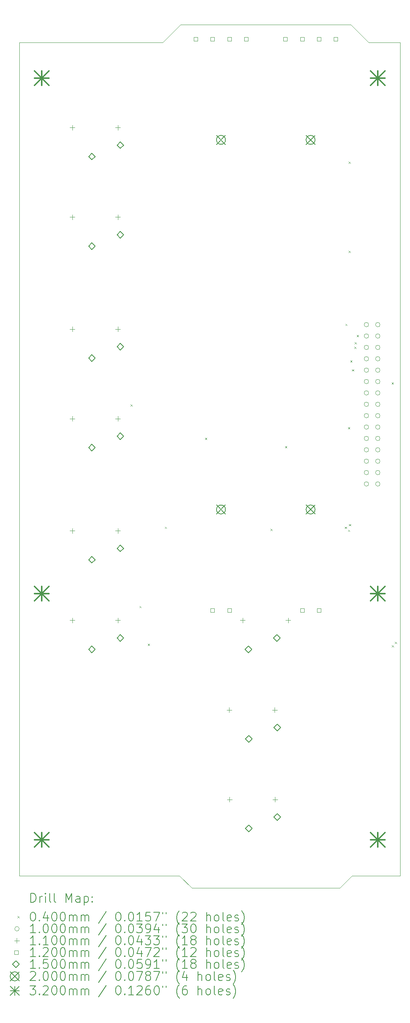
<source format=gbr>
%TF.GenerationSoftware,KiCad,Pcbnew,7.0.5*%
%TF.CreationDate,2023-07-03T18:50:37+02:00*%
%TF.ProjectId,Master_Board,4d617374-6572-45f4-926f-6172642e6b69,rev?*%
%TF.SameCoordinates,Original*%
%TF.FileFunction,Drillmap*%
%TF.FilePolarity,Positive*%
%FSLAX45Y45*%
G04 Gerber Fmt 4.5, Leading zero omitted, Abs format (unit mm)*
G04 Created by KiCad (PCBNEW 7.0.5) date 2023-07-03 18:50:37*
%MOMM*%
%LPD*%
G01*
G04 APERTURE LIST*
%ADD10C,0.100000*%
%ADD11C,0.200000*%
%ADD12C,0.040000*%
%ADD13C,0.110000*%
%ADD14C,0.120000*%
%ADD15C,0.150000*%
%ADD16C,0.320000*%
G04 APERTURE END LIST*
D10*
X8900000Y-800000D02*
X5100000Y-800000D01*
X4700000Y-1200000D02*
X1500000Y-1200000D01*
X5100000Y-800000D02*
X4700000Y-1200000D01*
X8650000Y-20075000D02*
X5350000Y-20075000D01*
X1500000Y-1200000D02*
X1500000Y-19800000D01*
X10000000Y-19800000D02*
X8925000Y-19800000D01*
X5075000Y-19800000D02*
X1500000Y-19800000D01*
X9300000Y-1200000D02*
X8900000Y-800000D01*
X5350000Y-20075000D02*
X5075000Y-19800000D01*
X10000000Y-1200000D02*
X9300000Y-1200000D01*
X10000000Y-19800000D02*
X10000000Y-1200000D01*
X8925000Y-19800000D02*
X8650000Y-20075000D01*
D11*
D12*
X3980000Y-9280000D02*
X4020000Y-9320000D01*
X4020000Y-9280000D02*
X3980000Y-9320000D01*
X4180000Y-13780000D02*
X4220000Y-13820000D01*
X4220000Y-13780000D02*
X4180000Y-13820000D01*
X4366580Y-14620560D02*
X4406580Y-14660560D01*
X4406580Y-14620560D02*
X4366580Y-14660560D01*
X4747580Y-12009999D02*
X4787580Y-12049999D01*
X4787580Y-12009999D02*
X4747580Y-12049999D01*
X5644200Y-10025700D02*
X5684200Y-10065700D01*
X5684200Y-10025700D02*
X5644200Y-10065700D01*
X7102160Y-12054951D02*
X7142160Y-12094951D01*
X7142160Y-12054951D02*
X7102160Y-12094951D01*
X7429820Y-10209901D02*
X7469820Y-10249901D01*
X7469820Y-10209901D02*
X7429820Y-10249901D01*
X8763083Y-12009999D02*
X8803083Y-12049999D01*
X8803083Y-12009999D02*
X8763083Y-12049999D01*
X8777230Y-7480620D02*
X8817230Y-7520620D01*
X8817230Y-7480620D02*
X8777230Y-7520620D01*
X8835631Y-12078750D02*
X8875631Y-12118750D01*
X8875631Y-12078750D02*
X8835631Y-12118750D01*
X8836980Y-9789480D02*
X8876980Y-9829480D01*
X8876980Y-9789480D02*
X8836980Y-9829480D01*
X8849680Y-3858580D02*
X8889680Y-3898580D01*
X8889680Y-3858580D02*
X8849680Y-3898580D01*
X8849680Y-5849940D02*
X8889680Y-5889940D01*
X8889680Y-5849940D02*
X8849680Y-5889940D01*
X8857300Y-11951020D02*
X8897300Y-11991020D01*
X8897300Y-11951020D02*
X8857300Y-11991020D01*
X8887780Y-8298450D02*
X8927780Y-8338450D01*
X8927780Y-8298450D02*
X8887780Y-8338450D01*
X8925880Y-8496620D02*
X8965880Y-8536620D01*
X8965880Y-8496620D02*
X8925880Y-8536620D01*
X8976680Y-7993700D02*
X9016680Y-8033700D01*
X9016680Y-7993700D02*
X8976680Y-8033700D01*
X8982727Y-7893933D02*
X9022727Y-7933933D01*
X9022727Y-7893933D02*
X8982727Y-7933933D01*
X9030020Y-7732080D02*
X9070020Y-7772080D01*
X9070020Y-7732080D02*
X9030020Y-7772080D01*
X9811010Y-8791260D02*
X9851010Y-8831260D01*
X9851010Y-8791260D02*
X9811010Y-8831260D01*
X9814880Y-14658660D02*
X9854880Y-14698660D01*
X9854880Y-14658660D02*
X9814880Y-14698660D01*
X9883459Y-14579920D02*
X9923459Y-14619920D01*
X9923459Y-14579920D02*
X9883459Y-14619920D01*
D10*
X9296000Y-7500000D02*
G75*
G03*
X9296000Y-7500000I-50000J0D01*
G01*
X9296000Y-7754000D02*
G75*
G03*
X9296000Y-7754000I-50000J0D01*
G01*
X9296000Y-8008000D02*
G75*
G03*
X9296000Y-8008000I-50000J0D01*
G01*
X9296000Y-8262000D02*
G75*
G03*
X9296000Y-8262000I-50000J0D01*
G01*
X9296000Y-8516000D02*
G75*
G03*
X9296000Y-8516000I-50000J0D01*
G01*
X9296000Y-8770000D02*
G75*
G03*
X9296000Y-8770000I-50000J0D01*
G01*
X9296000Y-9024000D02*
G75*
G03*
X9296000Y-9024000I-50000J0D01*
G01*
X9296000Y-9278000D02*
G75*
G03*
X9296000Y-9278000I-50000J0D01*
G01*
X9296000Y-9532000D02*
G75*
G03*
X9296000Y-9532000I-50000J0D01*
G01*
X9296000Y-9786000D02*
G75*
G03*
X9296000Y-9786000I-50000J0D01*
G01*
X9296000Y-10040000D02*
G75*
G03*
X9296000Y-10040000I-50000J0D01*
G01*
X9296000Y-10294000D02*
G75*
G03*
X9296000Y-10294000I-50000J0D01*
G01*
X9296000Y-10548000D02*
G75*
G03*
X9296000Y-10548000I-50000J0D01*
G01*
X9296000Y-10802000D02*
G75*
G03*
X9296000Y-10802000I-50000J0D01*
G01*
X9296000Y-11056000D02*
G75*
G03*
X9296000Y-11056000I-50000J0D01*
G01*
X9550000Y-7500000D02*
G75*
G03*
X9550000Y-7500000I-50000J0D01*
G01*
X9550000Y-7754000D02*
G75*
G03*
X9550000Y-7754000I-50000J0D01*
G01*
X9550000Y-8008000D02*
G75*
G03*
X9550000Y-8008000I-50000J0D01*
G01*
X9550000Y-8262000D02*
G75*
G03*
X9550000Y-8262000I-50000J0D01*
G01*
X9550000Y-8516000D02*
G75*
G03*
X9550000Y-8516000I-50000J0D01*
G01*
X9550000Y-8770000D02*
G75*
G03*
X9550000Y-8770000I-50000J0D01*
G01*
X9550000Y-9024000D02*
G75*
G03*
X9550000Y-9024000I-50000J0D01*
G01*
X9550000Y-9278000D02*
G75*
G03*
X9550000Y-9278000I-50000J0D01*
G01*
X9550000Y-9532000D02*
G75*
G03*
X9550000Y-9532000I-50000J0D01*
G01*
X9550000Y-9786000D02*
G75*
G03*
X9550000Y-9786000I-50000J0D01*
G01*
X9550000Y-10040000D02*
G75*
G03*
X9550000Y-10040000I-50000J0D01*
G01*
X9550000Y-10294000D02*
G75*
G03*
X9550000Y-10294000I-50000J0D01*
G01*
X9550000Y-10548000D02*
G75*
G03*
X9550000Y-10548000I-50000J0D01*
G01*
X9550000Y-10802000D02*
G75*
G03*
X9550000Y-10802000I-50000J0D01*
G01*
X9550000Y-11056000D02*
G75*
G03*
X9550000Y-11056000I-50000J0D01*
G01*
D13*
X2684000Y-3045000D02*
X2684000Y-3155000D01*
X2629000Y-3100000D02*
X2739000Y-3100000D01*
X2684000Y-5045000D02*
X2684000Y-5155000D01*
X2629000Y-5100000D02*
X2739000Y-5100000D01*
X2684000Y-7545000D02*
X2684000Y-7655000D01*
X2629000Y-7600000D02*
X2739000Y-7600000D01*
X2684000Y-9545000D02*
X2684000Y-9655000D01*
X2629000Y-9600000D02*
X2739000Y-9600000D01*
X2684000Y-12045000D02*
X2684000Y-12155000D01*
X2629000Y-12100000D02*
X2739000Y-12100000D01*
X2684000Y-14045000D02*
X2684000Y-14155000D01*
X2629000Y-14100000D02*
X2739000Y-14100000D01*
X3700000Y-3045000D02*
X3700000Y-3155000D01*
X3645000Y-3100000D02*
X3755000Y-3100000D01*
X3700000Y-5045000D02*
X3700000Y-5155000D01*
X3645000Y-5100000D02*
X3755000Y-5100000D01*
X3700000Y-7545000D02*
X3700000Y-7655000D01*
X3645000Y-7600000D02*
X3755000Y-7600000D01*
X3700000Y-9545000D02*
X3700000Y-9655000D01*
X3645000Y-9600000D02*
X3755000Y-9600000D01*
X3700000Y-12045000D02*
X3700000Y-12155000D01*
X3645000Y-12100000D02*
X3755000Y-12100000D01*
X3700000Y-14045000D02*
X3700000Y-14155000D01*
X3645000Y-14100000D02*
X3755000Y-14100000D01*
X6184000Y-16045000D02*
X6184000Y-16155000D01*
X6129000Y-16100000D02*
X6239000Y-16100000D01*
X6192000Y-18045000D02*
X6192000Y-18155000D01*
X6137000Y-18100000D02*
X6247000Y-18100000D01*
X6484000Y-14045000D02*
X6484000Y-14155000D01*
X6429000Y-14100000D02*
X6539000Y-14100000D01*
X7200000Y-16045000D02*
X7200000Y-16155000D01*
X7145000Y-16100000D02*
X7255000Y-16100000D01*
X7208000Y-18045000D02*
X7208000Y-18155000D01*
X7153000Y-18100000D02*
X7263000Y-18100000D01*
X7500000Y-14045000D02*
X7500000Y-14155000D01*
X7445000Y-14100000D02*
X7555000Y-14100000D01*
D14*
X5479427Y-1167427D02*
X5479427Y-1082573D01*
X5394573Y-1082573D01*
X5394573Y-1167427D01*
X5479427Y-1167427D01*
X5854427Y-1167427D02*
X5854427Y-1082573D01*
X5769573Y-1082573D01*
X5769573Y-1167427D01*
X5854427Y-1167427D01*
X5854427Y-13917427D02*
X5854427Y-13832573D01*
X5769573Y-13832573D01*
X5769573Y-13917427D01*
X5854427Y-13917427D01*
X6230427Y-1167427D02*
X6230427Y-1082573D01*
X6145573Y-1082573D01*
X6145573Y-1167427D01*
X6230427Y-1167427D01*
X6230427Y-13917427D02*
X6230427Y-13832573D01*
X6145573Y-13832573D01*
X6145573Y-13917427D01*
X6230427Y-13917427D01*
X6605427Y-1167427D02*
X6605427Y-1082573D01*
X6520573Y-1082573D01*
X6520573Y-1167427D01*
X6605427Y-1167427D01*
X7479427Y-1167427D02*
X7479427Y-1082573D01*
X7394573Y-1082573D01*
X7394573Y-1167427D01*
X7479427Y-1167427D01*
X7854427Y-1167427D02*
X7854427Y-1082573D01*
X7769573Y-1082573D01*
X7769573Y-1167427D01*
X7854427Y-1167427D01*
X7854427Y-13917427D02*
X7854427Y-13832573D01*
X7769573Y-13832573D01*
X7769573Y-13917427D01*
X7854427Y-13917427D01*
X8230427Y-1167427D02*
X8230427Y-1082573D01*
X8145573Y-1082573D01*
X8145573Y-1167427D01*
X8230427Y-1167427D01*
X8230427Y-13917427D02*
X8230427Y-13832573D01*
X8145573Y-13832573D01*
X8145573Y-13917427D01*
X8230427Y-13917427D01*
X8605427Y-1167427D02*
X8605427Y-1082573D01*
X8520573Y-1082573D01*
X8520573Y-1167427D01*
X8605427Y-1167427D01*
D15*
X3119000Y-3821000D02*
X3194000Y-3746000D01*
X3119000Y-3671000D01*
X3044000Y-3746000D01*
X3119000Y-3821000D01*
X3119000Y-5821000D02*
X3194000Y-5746000D01*
X3119000Y-5671000D01*
X3044000Y-5746000D01*
X3119000Y-5821000D01*
X3119000Y-8321000D02*
X3194000Y-8246000D01*
X3119000Y-8171000D01*
X3044000Y-8246000D01*
X3119000Y-8321000D01*
X3119000Y-10321000D02*
X3194000Y-10246000D01*
X3119000Y-10171000D01*
X3044000Y-10246000D01*
X3119000Y-10321000D01*
X3119000Y-12821000D02*
X3194000Y-12746000D01*
X3119000Y-12671000D01*
X3044000Y-12746000D01*
X3119000Y-12821000D01*
X3119000Y-14821000D02*
X3194000Y-14746000D01*
X3119000Y-14671000D01*
X3044000Y-14746000D01*
X3119000Y-14821000D01*
X3754000Y-3567000D02*
X3829000Y-3492000D01*
X3754000Y-3417000D01*
X3679000Y-3492000D01*
X3754000Y-3567000D01*
X3754000Y-5567000D02*
X3829000Y-5492000D01*
X3754000Y-5417000D01*
X3679000Y-5492000D01*
X3754000Y-5567000D01*
X3754000Y-8067000D02*
X3829000Y-7992000D01*
X3754000Y-7917000D01*
X3679000Y-7992000D01*
X3754000Y-8067000D01*
X3754000Y-10067000D02*
X3829000Y-9992000D01*
X3754000Y-9917000D01*
X3679000Y-9992000D01*
X3754000Y-10067000D01*
X3754000Y-12567000D02*
X3829000Y-12492000D01*
X3754000Y-12417000D01*
X3679000Y-12492000D01*
X3754000Y-12567000D01*
X3754000Y-14567000D02*
X3829000Y-14492000D01*
X3754000Y-14417000D01*
X3679000Y-14492000D01*
X3754000Y-14567000D01*
X6611000Y-14821000D02*
X6686000Y-14746000D01*
X6611000Y-14671000D01*
X6536000Y-14746000D01*
X6611000Y-14821000D01*
X6619000Y-16821000D02*
X6694000Y-16746000D01*
X6619000Y-16671000D01*
X6544000Y-16746000D01*
X6619000Y-16821000D01*
X6619000Y-18821000D02*
X6694000Y-18746000D01*
X6619000Y-18671000D01*
X6544000Y-18746000D01*
X6619000Y-18821000D01*
X7246000Y-14567000D02*
X7321000Y-14492000D01*
X7246000Y-14417000D01*
X7171000Y-14492000D01*
X7246000Y-14567000D01*
X7254000Y-16567000D02*
X7329000Y-16492000D01*
X7254000Y-16417000D01*
X7179000Y-16492000D01*
X7254000Y-16567000D01*
X7254000Y-18567000D02*
X7329000Y-18492000D01*
X7254000Y-18417000D01*
X7179000Y-18492000D01*
X7254000Y-18567000D01*
D11*
X5900000Y-3275000D02*
X6100000Y-3475000D01*
X6100000Y-3275000D02*
X5900000Y-3475000D01*
X6100000Y-3375000D02*
G75*
G03*
X6100000Y-3375000I-100000J0D01*
G01*
X5900000Y-11525000D02*
X6100000Y-11725000D01*
X6100000Y-11525000D02*
X5900000Y-11725000D01*
X6100000Y-11625000D02*
G75*
G03*
X6100000Y-11625000I-100000J0D01*
G01*
X7900000Y-3275000D02*
X8100000Y-3475000D01*
X8100000Y-3275000D02*
X7900000Y-3475000D01*
X8100000Y-3375000D02*
G75*
G03*
X8100000Y-3375000I-100000J0D01*
G01*
X7900000Y-11525000D02*
X8100000Y-11725000D01*
X8100000Y-11525000D02*
X7900000Y-11725000D01*
X8100000Y-11625000D02*
G75*
G03*
X8100000Y-11625000I-100000J0D01*
G01*
D16*
X1840000Y-1840000D02*
X2160000Y-2160000D01*
X2160000Y-1840000D02*
X1840000Y-2160000D01*
X2000000Y-1840000D02*
X2000000Y-2160000D01*
X1840000Y-2000000D02*
X2160000Y-2000000D01*
X1840000Y-13340000D02*
X2160000Y-13660000D01*
X2160000Y-13340000D02*
X1840000Y-13660000D01*
X2000000Y-13340000D02*
X2000000Y-13660000D01*
X1840000Y-13500000D02*
X2160000Y-13500000D01*
X1840000Y-18840000D02*
X2160000Y-19160000D01*
X2160000Y-18840000D02*
X1840000Y-19160000D01*
X2000000Y-18840000D02*
X2000000Y-19160000D01*
X1840000Y-19000000D02*
X2160000Y-19000000D01*
X9340000Y-1840000D02*
X9660000Y-2160000D01*
X9660000Y-1840000D02*
X9340000Y-2160000D01*
X9500000Y-1840000D02*
X9500000Y-2160000D01*
X9340000Y-2000000D02*
X9660000Y-2000000D01*
X9340000Y-13340000D02*
X9660000Y-13660000D01*
X9660000Y-13340000D02*
X9340000Y-13660000D01*
X9500000Y-13340000D02*
X9500000Y-13660000D01*
X9340000Y-13500000D02*
X9660000Y-13500000D01*
X9340000Y-18840000D02*
X9660000Y-19160000D01*
X9660000Y-18840000D02*
X9340000Y-19160000D01*
X9500000Y-18840000D02*
X9500000Y-19160000D01*
X9340000Y-19000000D02*
X9660000Y-19000000D01*
D11*
X1755777Y-20391484D02*
X1755777Y-20191484D01*
X1755777Y-20191484D02*
X1803396Y-20191484D01*
X1803396Y-20191484D02*
X1831967Y-20201008D01*
X1831967Y-20201008D02*
X1851015Y-20220055D01*
X1851015Y-20220055D02*
X1860539Y-20239103D01*
X1860539Y-20239103D02*
X1870062Y-20277198D01*
X1870062Y-20277198D02*
X1870062Y-20305770D01*
X1870062Y-20305770D02*
X1860539Y-20343865D01*
X1860539Y-20343865D02*
X1851015Y-20362912D01*
X1851015Y-20362912D02*
X1831967Y-20381960D01*
X1831967Y-20381960D02*
X1803396Y-20391484D01*
X1803396Y-20391484D02*
X1755777Y-20391484D01*
X1955777Y-20391484D02*
X1955777Y-20258150D01*
X1955777Y-20296246D02*
X1965301Y-20277198D01*
X1965301Y-20277198D02*
X1974824Y-20267674D01*
X1974824Y-20267674D02*
X1993872Y-20258150D01*
X1993872Y-20258150D02*
X2012920Y-20258150D01*
X2079586Y-20391484D02*
X2079586Y-20258150D01*
X2079586Y-20191484D02*
X2070062Y-20201008D01*
X2070062Y-20201008D02*
X2079586Y-20210531D01*
X2079586Y-20210531D02*
X2089110Y-20201008D01*
X2089110Y-20201008D02*
X2079586Y-20191484D01*
X2079586Y-20191484D02*
X2079586Y-20210531D01*
X2203396Y-20391484D02*
X2184348Y-20381960D01*
X2184348Y-20381960D02*
X2174824Y-20362912D01*
X2174824Y-20362912D02*
X2174824Y-20191484D01*
X2308158Y-20391484D02*
X2289110Y-20381960D01*
X2289110Y-20381960D02*
X2279586Y-20362912D01*
X2279586Y-20362912D02*
X2279586Y-20191484D01*
X2536729Y-20391484D02*
X2536729Y-20191484D01*
X2536729Y-20191484D02*
X2603396Y-20334341D01*
X2603396Y-20334341D02*
X2670063Y-20191484D01*
X2670063Y-20191484D02*
X2670063Y-20391484D01*
X2851015Y-20391484D02*
X2851015Y-20286722D01*
X2851015Y-20286722D02*
X2841491Y-20267674D01*
X2841491Y-20267674D02*
X2822443Y-20258150D01*
X2822443Y-20258150D02*
X2784348Y-20258150D01*
X2784348Y-20258150D02*
X2765301Y-20267674D01*
X2851015Y-20381960D02*
X2831967Y-20391484D01*
X2831967Y-20391484D02*
X2784348Y-20391484D01*
X2784348Y-20391484D02*
X2765301Y-20381960D01*
X2765301Y-20381960D02*
X2755777Y-20362912D01*
X2755777Y-20362912D02*
X2755777Y-20343865D01*
X2755777Y-20343865D02*
X2765301Y-20324817D01*
X2765301Y-20324817D02*
X2784348Y-20315293D01*
X2784348Y-20315293D02*
X2831967Y-20315293D01*
X2831967Y-20315293D02*
X2851015Y-20305770D01*
X2946253Y-20258150D02*
X2946253Y-20458150D01*
X2946253Y-20267674D02*
X2965301Y-20258150D01*
X2965301Y-20258150D02*
X3003396Y-20258150D01*
X3003396Y-20258150D02*
X3022443Y-20267674D01*
X3022443Y-20267674D02*
X3031967Y-20277198D01*
X3031967Y-20277198D02*
X3041491Y-20296246D01*
X3041491Y-20296246D02*
X3041491Y-20353389D01*
X3041491Y-20353389D02*
X3031967Y-20372436D01*
X3031967Y-20372436D02*
X3022443Y-20381960D01*
X3022443Y-20381960D02*
X3003396Y-20391484D01*
X3003396Y-20391484D02*
X2965301Y-20391484D01*
X2965301Y-20391484D02*
X2946253Y-20381960D01*
X3127205Y-20372436D02*
X3136729Y-20381960D01*
X3136729Y-20381960D02*
X3127205Y-20391484D01*
X3127205Y-20391484D02*
X3117682Y-20381960D01*
X3117682Y-20381960D02*
X3127205Y-20372436D01*
X3127205Y-20372436D02*
X3127205Y-20391484D01*
X3127205Y-20267674D02*
X3136729Y-20277198D01*
X3136729Y-20277198D02*
X3127205Y-20286722D01*
X3127205Y-20286722D02*
X3117682Y-20277198D01*
X3117682Y-20277198D02*
X3127205Y-20267674D01*
X3127205Y-20267674D02*
X3127205Y-20286722D01*
D12*
X1455000Y-20700000D02*
X1495000Y-20740000D01*
X1495000Y-20700000D02*
X1455000Y-20740000D01*
D11*
X1793872Y-20611484D02*
X1812920Y-20611484D01*
X1812920Y-20611484D02*
X1831967Y-20621008D01*
X1831967Y-20621008D02*
X1841491Y-20630531D01*
X1841491Y-20630531D02*
X1851015Y-20649579D01*
X1851015Y-20649579D02*
X1860539Y-20687674D01*
X1860539Y-20687674D02*
X1860539Y-20735293D01*
X1860539Y-20735293D02*
X1851015Y-20773389D01*
X1851015Y-20773389D02*
X1841491Y-20792436D01*
X1841491Y-20792436D02*
X1831967Y-20801960D01*
X1831967Y-20801960D02*
X1812920Y-20811484D01*
X1812920Y-20811484D02*
X1793872Y-20811484D01*
X1793872Y-20811484D02*
X1774824Y-20801960D01*
X1774824Y-20801960D02*
X1765301Y-20792436D01*
X1765301Y-20792436D02*
X1755777Y-20773389D01*
X1755777Y-20773389D02*
X1746253Y-20735293D01*
X1746253Y-20735293D02*
X1746253Y-20687674D01*
X1746253Y-20687674D02*
X1755777Y-20649579D01*
X1755777Y-20649579D02*
X1765301Y-20630531D01*
X1765301Y-20630531D02*
X1774824Y-20621008D01*
X1774824Y-20621008D02*
X1793872Y-20611484D01*
X1946253Y-20792436D02*
X1955777Y-20801960D01*
X1955777Y-20801960D02*
X1946253Y-20811484D01*
X1946253Y-20811484D02*
X1936729Y-20801960D01*
X1936729Y-20801960D02*
X1946253Y-20792436D01*
X1946253Y-20792436D02*
X1946253Y-20811484D01*
X2127205Y-20678150D02*
X2127205Y-20811484D01*
X2079586Y-20601960D02*
X2031967Y-20744817D01*
X2031967Y-20744817D02*
X2155777Y-20744817D01*
X2270063Y-20611484D02*
X2289110Y-20611484D01*
X2289110Y-20611484D02*
X2308158Y-20621008D01*
X2308158Y-20621008D02*
X2317682Y-20630531D01*
X2317682Y-20630531D02*
X2327205Y-20649579D01*
X2327205Y-20649579D02*
X2336729Y-20687674D01*
X2336729Y-20687674D02*
X2336729Y-20735293D01*
X2336729Y-20735293D02*
X2327205Y-20773389D01*
X2327205Y-20773389D02*
X2317682Y-20792436D01*
X2317682Y-20792436D02*
X2308158Y-20801960D01*
X2308158Y-20801960D02*
X2289110Y-20811484D01*
X2289110Y-20811484D02*
X2270063Y-20811484D01*
X2270063Y-20811484D02*
X2251015Y-20801960D01*
X2251015Y-20801960D02*
X2241491Y-20792436D01*
X2241491Y-20792436D02*
X2231967Y-20773389D01*
X2231967Y-20773389D02*
X2222444Y-20735293D01*
X2222444Y-20735293D02*
X2222444Y-20687674D01*
X2222444Y-20687674D02*
X2231967Y-20649579D01*
X2231967Y-20649579D02*
X2241491Y-20630531D01*
X2241491Y-20630531D02*
X2251015Y-20621008D01*
X2251015Y-20621008D02*
X2270063Y-20611484D01*
X2460539Y-20611484D02*
X2479586Y-20611484D01*
X2479586Y-20611484D02*
X2498634Y-20621008D01*
X2498634Y-20621008D02*
X2508158Y-20630531D01*
X2508158Y-20630531D02*
X2517682Y-20649579D01*
X2517682Y-20649579D02*
X2527205Y-20687674D01*
X2527205Y-20687674D02*
X2527205Y-20735293D01*
X2527205Y-20735293D02*
X2517682Y-20773389D01*
X2517682Y-20773389D02*
X2508158Y-20792436D01*
X2508158Y-20792436D02*
X2498634Y-20801960D01*
X2498634Y-20801960D02*
X2479586Y-20811484D01*
X2479586Y-20811484D02*
X2460539Y-20811484D01*
X2460539Y-20811484D02*
X2441491Y-20801960D01*
X2441491Y-20801960D02*
X2431967Y-20792436D01*
X2431967Y-20792436D02*
X2422444Y-20773389D01*
X2422444Y-20773389D02*
X2412920Y-20735293D01*
X2412920Y-20735293D02*
X2412920Y-20687674D01*
X2412920Y-20687674D02*
X2422444Y-20649579D01*
X2422444Y-20649579D02*
X2431967Y-20630531D01*
X2431967Y-20630531D02*
X2441491Y-20621008D01*
X2441491Y-20621008D02*
X2460539Y-20611484D01*
X2612920Y-20811484D02*
X2612920Y-20678150D01*
X2612920Y-20697198D02*
X2622444Y-20687674D01*
X2622444Y-20687674D02*
X2641491Y-20678150D01*
X2641491Y-20678150D02*
X2670063Y-20678150D01*
X2670063Y-20678150D02*
X2689110Y-20687674D01*
X2689110Y-20687674D02*
X2698634Y-20706722D01*
X2698634Y-20706722D02*
X2698634Y-20811484D01*
X2698634Y-20706722D02*
X2708158Y-20687674D01*
X2708158Y-20687674D02*
X2727205Y-20678150D01*
X2727205Y-20678150D02*
X2755777Y-20678150D01*
X2755777Y-20678150D02*
X2774825Y-20687674D01*
X2774825Y-20687674D02*
X2784348Y-20706722D01*
X2784348Y-20706722D02*
X2784348Y-20811484D01*
X2879586Y-20811484D02*
X2879586Y-20678150D01*
X2879586Y-20697198D02*
X2889110Y-20687674D01*
X2889110Y-20687674D02*
X2908158Y-20678150D01*
X2908158Y-20678150D02*
X2936729Y-20678150D01*
X2936729Y-20678150D02*
X2955777Y-20687674D01*
X2955777Y-20687674D02*
X2965301Y-20706722D01*
X2965301Y-20706722D02*
X2965301Y-20811484D01*
X2965301Y-20706722D02*
X2974824Y-20687674D01*
X2974824Y-20687674D02*
X2993872Y-20678150D01*
X2993872Y-20678150D02*
X3022443Y-20678150D01*
X3022443Y-20678150D02*
X3041491Y-20687674D01*
X3041491Y-20687674D02*
X3051015Y-20706722D01*
X3051015Y-20706722D02*
X3051015Y-20811484D01*
X3441491Y-20601960D02*
X3270063Y-20859103D01*
X3698634Y-20611484D02*
X3717682Y-20611484D01*
X3717682Y-20611484D02*
X3736729Y-20621008D01*
X3736729Y-20621008D02*
X3746253Y-20630531D01*
X3746253Y-20630531D02*
X3755777Y-20649579D01*
X3755777Y-20649579D02*
X3765301Y-20687674D01*
X3765301Y-20687674D02*
X3765301Y-20735293D01*
X3765301Y-20735293D02*
X3755777Y-20773389D01*
X3755777Y-20773389D02*
X3746253Y-20792436D01*
X3746253Y-20792436D02*
X3736729Y-20801960D01*
X3736729Y-20801960D02*
X3717682Y-20811484D01*
X3717682Y-20811484D02*
X3698634Y-20811484D01*
X3698634Y-20811484D02*
X3679586Y-20801960D01*
X3679586Y-20801960D02*
X3670063Y-20792436D01*
X3670063Y-20792436D02*
X3660539Y-20773389D01*
X3660539Y-20773389D02*
X3651015Y-20735293D01*
X3651015Y-20735293D02*
X3651015Y-20687674D01*
X3651015Y-20687674D02*
X3660539Y-20649579D01*
X3660539Y-20649579D02*
X3670063Y-20630531D01*
X3670063Y-20630531D02*
X3679586Y-20621008D01*
X3679586Y-20621008D02*
X3698634Y-20611484D01*
X3851015Y-20792436D02*
X3860539Y-20801960D01*
X3860539Y-20801960D02*
X3851015Y-20811484D01*
X3851015Y-20811484D02*
X3841491Y-20801960D01*
X3841491Y-20801960D02*
X3851015Y-20792436D01*
X3851015Y-20792436D02*
X3851015Y-20811484D01*
X3984348Y-20611484D02*
X4003396Y-20611484D01*
X4003396Y-20611484D02*
X4022444Y-20621008D01*
X4022444Y-20621008D02*
X4031967Y-20630531D01*
X4031967Y-20630531D02*
X4041491Y-20649579D01*
X4041491Y-20649579D02*
X4051015Y-20687674D01*
X4051015Y-20687674D02*
X4051015Y-20735293D01*
X4051015Y-20735293D02*
X4041491Y-20773389D01*
X4041491Y-20773389D02*
X4031967Y-20792436D01*
X4031967Y-20792436D02*
X4022444Y-20801960D01*
X4022444Y-20801960D02*
X4003396Y-20811484D01*
X4003396Y-20811484D02*
X3984348Y-20811484D01*
X3984348Y-20811484D02*
X3965301Y-20801960D01*
X3965301Y-20801960D02*
X3955777Y-20792436D01*
X3955777Y-20792436D02*
X3946253Y-20773389D01*
X3946253Y-20773389D02*
X3936729Y-20735293D01*
X3936729Y-20735293D02*
X3936729Y-20687674D01*
X3936729Y-20687674D02*
X3946253Y-20649579D01*
X3946253Y-20649579D02*
X3955777Y-20630531D01*
X3955777Y-20630531D02*
X3965301Y-20621008D01*
X3965301Y-20621008D02*
X3984348Y-20611484D01*
X4241491Y-20811484D02*
X4127206Y-20811484D01*
X4184348Y-20811484D02*
X4184348Y-20611484D01*
X4184348Y-20611484D02*
X4165301Y-20640055D01*
X4165301Y-20640055D02*
X4146253Y-20659103D01*
X4146253Y-20659103D02*
X4127206Y-20668627D01*
X4422444Y-20611484D02*
X4327206Y-20611484D01*
X4327206Y-20611484D02*
X4317682Y-20706722D01*
X4317682Y-20706722D02*
X4327206Y-20697198D01*
X4327206Y-20697198D02*
X4346253Y-20687674D01*
X4346253Y-20687674D02*
X4393872Y-20687674D01*
X4393872Y-20687674D02*
X4412920Y-20697198D01*
X4412920Y-20697198D02*
X4422444Y-20706722D01*
X4422444Y-20706722D02*
X4431968Y-20725770D01*
X4431968Y-20725770D02*
X4431968Y-20773389D01*
X4431968Y-20773389D02*
X4422444Y-20792436D01*
X4422444Y-20792436D02*
X4412920Y-20801960D01*
X4412920Y-20801960D02*
X4393872Y-20811484D01*
X4393872Y-20811484D02*
X4346253Y-20811484D01*
X4346253Y-20811484D02*
X4327206Y-20801960D01*
X4327206Y-20801960D02*
X4317682Y-20792436D01*
X4498634Y-20611484D02*
X4631968Y-20611484D01*
X4631968Y-20611484D02*
X4546253Y-20811484D01*
X4698634Y-20611484D02*
X4698634Y-20649579D01*
X4774825Y-20611484D02*
X4774825Y-20649579D01*
X5070063Y-20887674D02*
X5060539Y-20878150D01*
X5060539Y-20878150D02*
X5041491Y-20849579D01*
X5041491Y-20849579D02*
X5031968Y-20830531D01*
X5031968Y-20830531D02*
X5022444Y-20801960D01*
X5022444Y-20801960D02*
X5012920Y-20754341D01*
X5012920Y-20754341D02*
X5012920Y-20716246D01*
X5012920Y-20716246D02*
X5022444Y-20668627D01*
X5022444Y-20668627D02*
X5031968Y-20640055D01*
X5031968Y-20640055D02*
X5041491Y-20621008D01*
X5041491Y-20621008D02*
X5060539Y-20592436D01*
X5060539Y-20592436D02*
X5070063Y-20582912D01*
X5136730Y-20630531D02*
X5146253Y-20621008D01*
X5146253Y-20621008D02*
X5165301Y-20611484D01*
X5165301Y-20611484D02*
X5212920Y-20611484D01*
X5212920Y-20611484D02*
X5231968Y-20621008D01*
X5231968Y-20621008D02*
X5241491Y-20630531D01*
X5241491Y-20630531D02*
X5251015Y-20649579D01*
X5251015Y-20649579D02*
X5251015Y-20668627D01*
X5251015Y-20668627D02*
X5241491Y-20697198D01*
X5241491Y-20697198D02*
X5127206Y-20811484D01*
X5127206Y-20811484D02*
X5251015Y-20811484D01*
X5327206Y-20630531D02*
X5336730Y-20621008D01*
X5336730Y-20621008D02*
X5355777Y-20611484D01*
X5355777Y-20611484D02*
X5403396Y-20611484D01*
X5403396Y-20611484D02*
X5422444Y-20621008D01*
X5422444Y-20621008D02*
X5431968Y-20630531D01*
X5431968Y-20630531D02*
X5441491Y-20649579D01*
X5441491Y-20649579D02*
X5441491Y-20668627D01*
X5441491Y-20668627D02*
X5431968Y-20697198D01*
X5431968Y-20697198D02*
X5317682Y-20811484D01*
X5317682Y-20811484D02*
X5441491Y-20811484D01*
X5679587Y-20811484D02*
X5679587Y-20611484D01*
X5765301Y-20811484D02*
X5765301Y-20706722D01*
X5765301Y-20706722D02*
X5755777Y-20687674D01*
X5755777Y-20687674D02*
X5736730Y-20678150D01*
X5736730Y-20678150D02*
X5708158Y-20678150D01*
X5708158Y-20678150D02*
X5689110Y-20687674D01*
X5689110Y-20687674D02*
X5679587Y-20697198D01*
X5889110Y-20811484D02*
X5870063Y-20801960D01*
X5870063Y-20801960D02*
X5860539Y-20792436D01*
X5860539Y-20792436D02*
X5851015Y-20773389D01*
X5851015Y-20773389D02*
X5851015Y-20716246D01*
X5851015Y-20716246D02*
X5860539Y-20697198D01*
X5860539Y-20697198D02*
X5870063Y-20687674D01*
X5870063Y-20687674D02*
X5889110Y-20678150D01*
X5889110Y-20678150D02*
X5917682Y-20678150D01*
X5917682Y-20678150D02*
X5936730Y-20687674D01*
X5936730Y-20687674D02*
X5946253Y-20697198D01*
X5946253Y-20697198D02*
X5955777Y-20716246D01*
X5955777Y-20716246D02*
X5955777Y-20773389D01*
X5955777Y-20773389D02*
X5946253Y-20792436D01*
X5946253Y-20792436D02*
X5936730Y-20801960D01*
X5936730Y-20801960D02*
X5917682Y-20811484D01*
X5917682Y-20811484D02*
X5889110Y-20811484D01*
X6070063Y-20811484D02*
X6051015Y-20801960D01*
X6051015Y-20801960D02*
X6041491Y-20782912D01*
X6041491Y-20782912D02*
X6041491Y-20611484D01*
X6222444Y-20801960D02*
X6203396Y-20811484D01*
X6203396Y-20811484D02*
X6165301Y-20811484D01*
X6165301Y-20811484D02*
X6146253Y-20801960D01*
X6146253Y-20801960D02*
X6136730Y-20782912D01*
X6136730Y-20782912D02*
X6136730Y-20706722D01*
X6136730Y-20706722D02*
X6146253Y-20687674D01*
X6146253Y-20687674D02*
X6165301Y-20678150D01*
X6165301Y-20678150D02*
X6203396Y-20678150D01*
X6203396Y-20678150D02*
X6222444Y-20687674D01*
X6222444Y-20687674D02*
X6231968Y-20706722D01*
X6231968Y-20706722D02*
X6231968Y-20725770D01*
X6231968Y-20725770D02*
X6136730Y-20744817D01*
X6308158Y-20801960D02*
X6327206Y-20811484D01*
X6327206Y-20811484D02*
X6365301Y-20811484D01*
X6365301Y-20811484D02*
X6384349Y-20801960D01*
X6384349Y-20801960D02*
X6393872Y-20782912D01*
X6393872Y-20782912D02*
X6393872Y-20773389D01*
X6393872Y-20773389D02*
X6384349Y-20754341D01*
X6384349Y-20754341D02*
X6365301Y-20744817D01*
X6365301Y-20744817D02*
X6336730Y-20744817D01*
X6336730Y-20744817D02*
X6317682Y-20735293D01*
X6317682Y-20735293D02*
X6308158Y-20716246D01*
X6308158Y-20716246D02*
X6308158Y-20706722D01*
X6308158Y-20706722D02*
X6317682Y-20687674D01*
X6317682Y-20687674D02*
X6336730Y-20678150D01*
X6336730Y-20678150D02*
X6365301Y-20678150D01*
X6365301Y-20678150D02*
X6384349Y-20687674D01*
X6460539Y-20887674D02*
X6470063Y-20878150D01*
X6470063Y-20878150D02*
X6489111Y-20849579D01*
X6489111Y-20849579D02*
X6498634Y-20830531D01*
X6498634Y-20830531D02*
X6508158Y-20801960D01*
X6508158Y-20801960D02*
X6517682Y-20754341D01*
X6517682Y-20754341D02*
X6517682Y-20716246D01*
X6517682Y-20716246D02*
X6508158Y-20668627D01*
X6508158Y-20668627D02*
X6498634Y-20640055D01*
X6498634Y-20640055D02*
X6489111Y-20621008D01*
X6489111Y-20621008D02*
X6470063Y-20592436D01*
X6470063Y-20592436D02*
X6460539Y-20582912D01*
D10*
X1495000Y-20984000D02*
G75*
G03*
X1495000Y-20984000I-50000J0D01*
G01*
D11*
X1860539Y-21075484D02*
X1746253Y-21075484D01*
X1803396Y-21075484D02*
X1803396Y-20875484D01*
X1803396Y-20875484D02*
X1784348Y-20904055D01*
X1784348Y-20904055D02*
X1765301Y-20923103D01*
X1765301Y-20923103D02*
X1746253Y-20932627D01*
X1946253Y-21056436D02*
X1955777Y-21065960D01*
X1955777Y-21065960D02*
X1946253Y-21075484D01*
X1946253Y-21075484D02*
X1936729Y-21065960D01*
X1936729Y-21065960D02*
X1946253Y-21056436D01*
X1946253Y-21056436D02*
X1946253Y-21075484D01*
X2079586Y-20875484D02*
X2098634Y-20875484D01*
X2098634Y-20875484D02*
X2117682Y-20885008D01*
X2117682Y-20885008D02*
X2127205Y-20894531D01*
X2127205Y-20894531D02*
X2136729Y-20913579D01*
X2136729Y-20913579D02*
X2146253Y-20951674D01*
X2146253Y-20951674D02*
X2146253Y-20999293D01*
X2146253Y-20999293D02*
X2136729Y-21037389D01*
X2136729Y-21037389D02*
X2127205Y-21056436D01*
X2127205Y-21056436D02*
X2117682Y-21065960D01*
X2117682Y-21065960D02*
X2098634Y-21075484D01*
X2098634Y-21075484D02*
X2079586Y-21075484D01*
X2079586Y-21075484D02*
X2060539Y-21065960D01*
X2060539Y-21065960D02*
X2051015Y-21056436D01*
X2051015Y-21056436D02*
X2041491Y-21037389D01*
X2041491Y-21037389D02*
X2031967Y-20999293D01*
X2031967Y-20999293D02*
X2031967Y-20951674D01*
X2031967Y-20951674D02*
X2041491Y-20913579D01*
X2041491Y-20913579D02*
X2051015Y-20894531D01*
X2051015Y-20894531D02*
X2060539Y-20885008D01*
X2060539Y-20885008D02*
X2079586Y-20875484D01*
X2270063Y-20875484D02*
X2289110Y-20875484D01*
X2289110Y-20875484D02*
X2308158Y-20885008D01*
X2308158Y-20885008D02*
X2317682Y-20894531D01*
X2317682Y-20894531D02*
X2327205Y-20913579D01*
X2327205Y-20913579D02*
X2336729Y-20951674D01*
X2336729Y-20951674D02*
X2336729Y-20999293D01*
X2336729Y-20999293D02*
X2327205Y-21037389D01*
X2327205Y-21037389D02*
X2317682Y-21056436D01*
X2317682Y-21056436D02*
X2308158Y-21065960D01*
X2308158Y-21065960D02*
X2289110Y-21075484D01*
X2289110Y-21075484D02*
X2270063Y-21075484D01*
X2270063Y-21075484D02*
X2251015Y-21065960D01*
X2251015Y-21065960D02*
X2241491Y-21056436D01*
X2241491Y-21056436D02*
X2231967Y-21037389D01*
X2231967Y-21037389D02*
X2222444Y-20999293D01*
X2222444Y-20999293D02*
X2222444Y-20951674D01*
X2222444Y-20951674D02*
X2231967Y-20913579D01*
X2231967Y-20913579D02*
X2241491Y-20894531D01*
X2241491Y-20894531D02*
X2251015Y-20885008D01*
X2251015Y-20885008D02*
X2270063Y-20875484D01*
X2460539Y-20875484D02*
X2479586Y-20875484D01*
X2479586Y-20875484D02*
X2498634Y-20885008D01*
X2498634Y-20885008D02*
X2508158Y-20894531D01*
X2508158Y-20894531D02*
X2517682Y-20913579D01*
X2517682Y-20913579D02*
X2527205Y-20951674D01*
X2527205Y-20951674D02*
X2527205Y-20999293D01*
X2527205Y-20999293D02*
X2517682Y-21037389D01*
X2517682Y-21037389D02*
X2508158Y-21056436D01*
X2508158Y-21056436D02*
X2498634Y-21065960D01*
X2498634Y-21065960D02*
X2479586Y-21075484D01*
X2479586Y-21075484D02*
X2460539Y-21075484D01*
X2460539Y-21075484D02*
X2441491Y-21065960D01*
X2441491Y-21065960D02*
X2431967Y-21056436D01*
X2431967Y-21056436D02*
X2422444Y-21037389D01*
X2422444Y-21037389D02*
X2412920Y-20999293D01*
X2412920Y-20999293D02*
X2412920Y-20951674D01*
X2412920Y-20951674D02*
X2422444Y-20913579D01*
X2422444Y-20913579D02*
X2431967Y-20894531D01*
X2431967Y-20894531D02*
X2441491Y-20885008D01*
X2441491Y-20885008D02*
X2460539Y-20875484D01*
X2612920Y-21075484D02*
X2612920Y-20942150D01*
X2612920Y-20961198D02*
X2622444Y-20951674D01*
X2622444Y-20951674D02*
X2641491Y-20942150D01*
X2641491Y-20942150D02*
X2670063Y-20942150D01*
X2670063Y-20942150D02*
X2689110Y-20951674D01*
X2689110Y-20951674D02*
X2698634Y-20970722D01*
X2698634Y-20970722D02*
X2698634Y-21075484D01*
X2698634Y-20970722D02*
X2708158Y-20951674D01*
X2708158Y-20951674D02*
X2727205Y-20942150D01*
X2727205Y-20942150D02*
X2755777Y-20942150D01*
X2755777Y-20942150D02*
X2774825Y-20951674D01*
X2774825Y-20951674D02*
X2784348Y-20970722D01*
X2784348Y-20970722D02*
X2784348Y-21075484D01*
X2879586Y-21075484D02*
X2879586Y-20942150D01*
X2879586Y-20961198D02*
X2889110Y-20951674D01*
X2889110Y-20951674D02*
X2908158Y-20942150D01*
X2908158Y-20942150D02*
X2936729Y-20942150D01*
X2936729Y-20942150D02*
X2955777Y-20951674D01*
X2955777Y-20951674D02*
X2965301Y-20970722D01*
X2965301Y-20970722D02*
X2965301Y-21075484D01*
X2965301Y-20970722D02*
X2974824Y-20951674D01*
X2974824Y-20951674D02*
X2993872Y-20942150D01*
X2993872Y-20942150D02*
X3022443Y-20942150D01*
X3022443Y-20942150D02*
X3041491Y-20951674D01*
X3041491Y-20951674D02*
X3051015Y-20970722D01*
X3051015Y-20970722D02*
X3051015Y-21075484D01*
X3441491Y-20865960D02*
X3270063Y-21123103D01*
X3698634Y-20875484D02*
X3717682Y-20875484D01*
X3717682Y-20875484D02*
X3736729Y-20885008D01*
X3736729Y-20885008D02*
X3746253Y-20894531D01*
X3746253Y-20894531D02*
X3755777Y-20913579D01*
X3755777Y-20913579D02*
X3765301Y-20951674D01*
X3765301Y-20951674D02*
X3765301Y-20999293D01*
X3765301Y-20999293D02*
X3755777Y-21037389D01*
X3755777Y-21037389D02*
X3746253Y-21056436D01*
X3746253Y-21056436D02*
X3736729Y-21065960D01*
X3736729Y-21065960D02*
X3717682Y-21075484D01*
X3717682Y-21075484D02*
X3698634Y-21075484D01*
X3698634Y-21075484D02*
X3679586Y-21065960D01*
X3679586Y-21065960D02*
X3670063Y-21056436D01*
X3670063Y-21056436D02*
X3660539Y-21037389D01*
X3660539Y-21037389D02*
X3651015Y-20999293D01*
X3651015Y-20999293D02*
X3651015Y-20951674D01*
X3651015Y-20951674D02*
X3660539Y-20913579D01*
X3660539Y-20913579D02*
X3670063Y-20894531D01*
X3670063Y-20894531D02*
X3679586Y-20885008D01*
X3679586Y-20885008D02*
X3698634Y-20875484D01*
X3851015Y-21056436D02*
X3860539Y-21065960D01*
X3860539Y-21065960D02*
X3851015Y-21075484D01*
X3851015Y-21075484D02*
X3841491Y-21065960D01*
X3841491Y-21065960D02*
X3851015Y-21056436D01*
X3851015Y-21056436D02*
X3851015Y-21075484D01*
X3984348Y-20875484D02*
X4003396Y-20875484D01*
X4003396Y-20875484D02*
X4022444Y-20885008D01*
X4022444Y-20885008D02*
X4031967Y-20894531D01*
X4031967Y-20894531D02*
X4041491Y-20913579D01*
X4041491Y-20913579D02*
X4051015Y-20951674D01*
X4051015Y-20951674D02*
X4051015Y-20999293D01*
X4051015Y-20999293D02*
X4041491Y-21037389D01*
X4041491Y-21037389D02*
X4031967Y-21056436D01*
X4031967Y-21056436D02*
X4022444Y-21065960D01*
X4022444Y-21065960D02*
X4003396Y-21075484D01*
X4003396Y-21075484D02*
X3984348Y-21075484D01*
X3984348Y-21075484D02*
X3965301Y-21065960D01*
X3965301Y-21065960D02*
X3955777Y-21056436D01*
X3955777Y-21056436D02*
X3946253Y-21037389D01*
X3946253Y-21037389D02*
X3936729Y-20999293D01*
X3936729Y-20999293D02*
X3936729Y-20951674D01*
X3936729Y-20951674D02*
X3946253Y-20913579D01*
X3946253Y-20913579D02*
X3955777Y-20894531D01*
X3955777Y-20894531D02*
X3965301Y-20885008D01*
X3965301Y-20885008D02*
X3984348Y-20875484D01*
X4117682Y-20875484D02*
X4241491Y-20875484D01*
X4241491Y-20875484D02*
X4174825Y-20951674D01*
X4174825Y-20951674D02*
X4203396Y-20951674D01*
X4203396Y-20951674D02*
X4222444Y-20961198D01*
X4222444Y-20961198D02*
X4231968Y-20970722D01*
X4231968Y-20970722D02*
X4241491Y-20989770D01*
X4241491Y-20989770D02*
X4241491Y-21037389D01*
X4241491Y-21037389D02*
X4231968Y-21056436D01*
X4231968Y-21056436D02*
X4222444Y-21065960D01*
X4222444Y-21065960D02*
X4203396Y-21075484D01*
X4203396Y-21075484D02*
X4146253Y-21075484D01*
X4146253Y-21075484D02*
X4127206Y-21065960D01*
X4127206Y-21065960D02*
X4117682Y-21056436D01*
X4336729Y-21075484D02*
X4374825Y-21075484D01*
X4374825Y-21075484D02*
X4393872Y-21065960D01*
X4393872Y-21065960D02*
X4403396Y-21056436D01*
X4403396Y-21056436D02*
X4422444Y-21027865D01*
X4422444Y-21027865D02*
X4431968Y-20989770D01*
X4431968Y-20989770D02*
X4431968Y-20913579D01*
X4431968Y-20913579D02*
X4422444Y-20894531D01*
X4422444Y-20894531D02*
X4412920Y-20885008D01*
X4412920Y-20885008D02*
X4393872Y-20875484D01*
X4393872Y-20875484D02*
X4355777Y-20875484D01*
X4355777Y-20875484D02*
X4336729Y-20885008D01*
X4336729Y-20885008D02*
X4327206Y-20894531D01*
X4327206Y-20894531D02*
X4317682Y-20913579D01*
X4317682Y-20913579D02*
X4317682Y-20961198D01*
X4317682Y-20961198D02*
X4327206Y-20980246D01*
X4327206Y-20980246D02*
X4336729Y-20989770D01*
X4336729Y-20989770D02*
X4355777Y-20999293D01*
X4355777Y-20999293D02*
X4393872Y-20999293D01*
X4393872Y-20999293D02*
X4412920Y-20989770D01*
X4412920Y-20989770D02*
X4422444Y-20980246D01*
X4422444Y-20980246D02*
X4431968Y-20961198D01*
X4603396Y-20942150D02*
X4603396Y-21075484D01*
X4555777Y-20865960D02*
X4508158Y-21008817D01*
X4508158Y-21008817D02*
X4631968Y-21008817D01*
X4698634Y-20875484D02*
X4698634Y-20913579D01*
X4774825Y-20875484D02*
X4774825Y-20913579D01*
X5070063Y-21151674D02*
X5060539Y-21142150D01*
X5060539Y-21142150D02*
X5041491Y-21113579D01*
X5041491Y-21113579D02*
X5031968Y-21094531D01*
X5031968Y-21094531D02*
X5022444Y-21065960D01*
X5022444Y-21065960D02*
X5012920Y-21018341D01*
X5012920Y-21018341D02*
X5012920Y-20980246D01*
X5012920Y-20980246D02*
X5022444Y-20932627D01*
X5022444Y-20932627D02*
X5031968Y-20904055D01*
X5031968Y-20904055D02*
X5041491Y-20885008D01*
X5041491Y-20885008D02*
X5060539Y-20856436D01*
X5060539Y-20856436D02*
X5070063Y-20846912D01*
X5127206Y-20875484D02*
X5251015Y-20875484D01*
X5251015Y-20875484D02*
X5184349Y-20951674D01*
X5184349Y-20951674D02*
X5212920Y-20951674D01*
X5212920Y-20951674D02*
X5231968Y-20961198D01*
X5231968Y-20961198D02*
X5241491Y-20970722D01*
X5241491Y-20970722D02*
X5251015Y-20989770D01*
X5251015Y-20989770D02*
X5251015Y-21037389D01*
X5251015Y-21037389D02*
X5241491Y-21056436D01*
X5241491Y-21056436D02*
X5231968Y-21065960D01*
X5231968Y-21065960D02*
X5212920Y-21075484D01*
X5212920Y-21075484D02*
X5155777Y-21075484D01*
X5155777Y-21075484D02*
X5136730Y-21065960D01*
X5136730Y-21065960D02*
X5127206Y-21056436D01*
X5374825Y-20875484D02*
X5393872Y-20875484D01*
X5393872Y-20875484D02*
X5412920Y-20885008D01*
X5412920Y-20885008D02*
X5422444Y-20894531D01*
X5422444Y-20894531D02*
X5431968Y-20913579D01*
X5431968Y-20913579D02*
X5441491Y-20951674D01*
X5441491Y-20951674D02*
X5441491Y-20999293D01*
X5441491Y-20999293D02*
X5431968Y-21037389D01*
X5431968Y-21037389D02*
X5422444Y-21056436D01*
X5422444Y-21056436D02*
X5412920Y-21065960D01*
X5412920Y-21065960D02*
X5393872Y-21075484D01*
X5393872Y-21075484D02*
X5374825Y-21075484D01*
X5374825Y-21075484D02*
X5355777Y-21065960D01*
X5355777Y-21065960D02*
X5346253Y-21056436D01*
X5346253Y-21056436D02*
X5336730Y-21037389D01*
X5336730Y-21037389D02*
X5327206Y-20999293D01*
X5327206Y-20999293D02*
X5327206Y-20951674D01*
X5327206Y-20951674D02*
X5336730Y-20913579D01*
X5336730Y-20913579D02*
X5346253Y-20894531D01*
X5346253Y-20894531D02*
X5355777Y-20885008D01*
X5355777Y-20885008D02*
X5374825Y-20875484D01*
X5679587Y-21075484D02*
X5679587Y-20875484D01*
X5765301Y-21075484D02*
X5765301Y-20970722D01*
X5765301Y-20970722D02*
X5755777Y-20951674D01*
X5755777Y-20951674D02*
X5736730Y-20942150D01*
X5736730Y-20942150D02*
X5708158Y-20942150D01*
X5708158Y-20942150D02*
X5689110Y-20951674D01*
X5689110Y-20951674D02*
X5679587Y-20961198D01*
X5889110Y-21075484D02*
X5870063Y-21065960D01*
X5870063Y-21065960D02*
X5860539Y-21056436D01*
X5860539Y-21056436D02*
X5851015Y-21037389D01*
X5851015Y-21037389D02*
X5851015Y-20980246D01*
X5851015Y-20980246D02*
X5860539Y-20961198D01*
X5860539Y-20961198D02*
X5870063Y-20951674D01*
X5870063Y-20951674D02*
X5889110Y-20942150D01*
X5889110Y-20942150D02*
X5917682Y-20942150D01*
X5917682Y-20942150D02*
X5936730Y-20951674D01*
X5936730Y-20951674D02*
X5946253Y-20961198D01*
X5946253Y-20961198D02*
X5955777Y-20980246D01*
X5955777Y-20980246D02*
X5955777Y-21037389D01*
X5955777Y-21037389D02*
X5946253Y-21056436D01*
X5946253Y-21056436D02*
X5936730Y-21065960D01*
X5936730Y-21065960D02*
X5917682Y-21075484D01*
X5917682Y-21075484D02*
X5889110Y-21075484D01*
X6070063Y-21075484D02*
X6051015Y-21065960D01*
X6051015Y-21065960D02*
X6041491Y-21046912D01*
X6041491Y-21046912D02*
X6041491Y-20875484D01*
X6222444Y-21065960D02*
X6203396Y-21075484D01*
X6203396Y-21075484D02*
X6165301Y-21075484D01*
X6165301Y-21075484D02*
X6146253Y-21065960D01*
X6146253Y-21065960D02*
X6136730Y-21046912D01*
X6136730Y-21046912D02*
X6136730Y-20970722D01*
X6136730Y-20970722D02*
X6146253Y-20951674D01*
X6146253Y-20951674D02*
X6165301Y-20942150D01*
X6165301Y-20942150D02*
X6203396Y-20942150D01*
X6203396Y-20942150D02*
X6222444Y-20951674D01*
X6222444Y-20951674D02*
X6231968Y-20970722D01*
X6231968Y-20970722D02*
X6231968Y-20989770D01*
X6231968Y-20989770D02*
X6136730Y-21008817D01*
X6308158Y-21065960D02*
X6327206Y-21075484D01*
X6327206Y-21075484D02*
X6365301Y-21075484D01*
X6365301Y-21075484D02*
X6384349Y-21065960D01*
X6384349Y-21065960D02*
X6393872Y-21046912D01*
X6393872Y-21046912D02*
X6393872Y-21037389D01*
X6393872Y-21037389D02*
X6384349Y-21018341D01*
X6384349Y-21018341D02*
X6365301Y-21008817D01*
X6365301Y-21008817D02*
X6336730Y-21008817D01*
X6336730Y-21008817D02*
X6317682Y-20999293D01*
X6317682Y-20999293D02*
X6308158Y-20980246D01*
X6308158Y-20980246D02*
X6308158Y-20970722D01*
X6308158Y-20970722D02*
X6317682Y-20951674D01*
X6317682Y-20951674D02*
X6336730Y-20942150D01*
X6336730Y-20942150D02*
X6365301Y-20942150D01*
X6365301Y-20942150D02*
X6384349Y-20951674D01*
X6460539Y-21151674D02*
X6470063Y-21142150D01*
X6470063Y-21142150D02*
X6489111Y-21113579D01*
X6489111Y-21113579D02*
X6498634Y-21094531D01*
X6498634Y-21094531D02*
X6508158Y-21065960D01*
X6508158Y-21065960D02*
X6517682Y-21018341D01*
X6517682Y-21018341D02*
X6517682Y-20980246D01*
X6517682Y-20980246D02*
X6508158Y-20932627D01*
X6508158Y-20932627D02*
X6498634Y-20904055D01*
X6498634Y-20904055D02*
X6489111Y-20885008D01*
X6489111Y-20885008D02*
X6470063Y-20856436D01*
X6470063Y-20856436D02*
X6460539Y-20846912D01*
D13*
X1440000Y-21193000D02*
X1440000Y-21303000D01*
X1385000Y-21248000D02*
X1495000Y-21248000D01*
D11*
X1860539Y-21339484D02*
X1746253Y-21339484D01*
X1803396Y-21339484D02*
X1803396Y-21139484D01*
X1803396Y-21139484D02*
X1784348Y-21168055D01*
X1784348Y-21168055D02*
X1765301Y-21187103D01*
X1765301Y-21187103D02*
X1746253Y-21196627D01*
X1946253Y-21320436D02*
X1955777Y-21329960D01*
X1955777Y-21329960D02*
X1946253Y-21339484D01*
X1946253Y-21339484D02*
X1936729Y-21329960D01*
X1936729Y-21329960D02*
X1946253Y-21320436D01*
X1946253Y-21320436D02*
X1946253Y-21339484D01*
X2146253Y-21339484D02*
X2031967Y-21339484D01*
X2089110Y-21339484D02*
X2089110Y-21139484D01*
X2089110Y-21139484D02*
X2070062Y-21168055D01*
X2070062Y-21168055D02*
X2051015Y-21187103D01*
X2051015Y-21187103D02*
X2031967Y-21196627D01*
X2270063Y-21139484D02*
X2289110Y-21139484D01*
X2289110Y-21139484D02*
X2308158Y-21149008D01*
X2308158Y-21149008D02*
X2317682Y-21158531D01*
X2317682Y-21158531D02*
X2327205Y-21177579D01*
X2327205Y-21177579D02*
X2336729Y-21215674D01*
X2336729Y-21215674D02*
X2336729Y-21263293D01*
X2336729Y-21263293D02*
X2327205Y-21301389D01*
X2327205Y-21301389D02*
X2317682Y-21320436D01*
X2317682Y-21320436D02*
X2308158Y-21329960D01*
X2308158Y-21329960D02*
X2289110Y-21339484D01*
X2289110Y-21339484D02*
X2270063Y-21339484D01*
X2270063Y-21339484D02*
X2251015Y-21329960D01*
X2251015Y-21329960D02*
X2241491Y-21320436D01*
X2241491Y-21320436D02*
X2231967Y-21301389D01*
X2231967Y-21301389D02*
X2222444Y-21263293D01*
X2222444Y-21263293D02*
X2222444Y-21215674D01*
X2222444Y-21215674D02*
X2231967Y-21177579D01*
X2231967Y-21177579D02*
X2241491Y-21158531D01*
X2241491Y-21158531D02*
X2251015Y-21149008D01*
X2251015Y-21149008D02*
X2270063Y-21139484D01*
X2460539Y-21139484D02*
X2479586Y-21139484D01*
X2479586Y-21139484D02*
X2498634Y-21149008D01*
X2498634Y-21149008D02*
X2508158Y-21158531D01*
X2508158Y-21158531D02*
X2517682Y-21177579D01*
X2517682Y-21177579D02*
X2527205Y-21215674D01*
X2527205Y-21215674D02*
X2527205Y-21263293D01*
X2527205Y-21263293D02*
X2517682Y-21301389D01*
X2517682Y-21301389D02*
X2508158Y-21320436D01*
X2508158Y-21320436D02*
X2498634Y-21329960D01*
X2498634Y-21329960D02*
X2479586Y-21339484D01*
X2479586Y-21339484D02*
X2460539Y-21339484D01*
X2460539Y-21339484D02*
X2441491Y-21329960D01*
X2441491Y-21329960D02*
X2431967Y-21320436D01*
X2431967Y-21320436D02*
X2422444Y-21301389D01*
X2422444Y-21301389D02*
X2412920Y-21263293D01*
X2412920Y-21263293D02*
X2412920Y-21215674D01*
X2412920Y-21215674D02*
X2422444Y-21177579D01*
X2422444Y-21177579D02*
X2431967Y-21158531D01*
X2431967Y-21158531D02*
X2441491Y-21149008D01*
X2441491Y-21149008D02*
X2460539Y-21139484D01*
X2612920Y-21339484D02*
X2612920Y-21206150D01*
X2612920Y-21225198D02*
X2622444Y-21215674D01*
X2622444Y-21215674D02*
X2641491Y-21206150D01*
X2641491Y-21206150D02*
X2670063Y-21206150D01*
X2670063Y-21206150D02*
X2689110Y-21215674D01*
X2689110Y-21215674D02*
X2698634Y-21234722D01*
X2698634Y-21234722D02*
X2698634Y-21339484D01*
X2698634Y-21234722D02*
X2708158Y-21215674D01*
X2708158Y-21215674D02*
X2727205Y-21206150D01*
X2727205Y-21206150D02*
X2755777Y-21206150D01*
X2755777Y-21206150D02*
X2774825Y-21215674D01*
X2774825Y-21215674D02*
X2784348Y-21234722D01*
X2784348Y-21234722D02*
X2784348Y-21339484D01*
X2879586Y-21339484D02*
X2879586Y-21206150D01*
X2879586Y-21225198D02*
X2889110Y-21215674D01*
X2889110Y-21215674D02*
X2908158Y-21206150D01*
X2908158Y-21206150D02*
X2936729Y-21206150D01*
X2936729Y-21206150D02*
X2955777Y-21215674D01*
X2955777Y-21215674D02*
X2965301Y-21234722D01*
X2965301Y-21234722D02*
X2965301Y-21339484D01*
X2965301Y-21234722D02*
X2974824Y-21215674D01*
X2974824Y-21215674D02*
X2993872Y-21206150D01*
X2993872Y-21206150D02*
X3022443Y-21206150D01*
X3022443Y-21206150D02*
X3041491Y-21215674D01*
X3041491Y-21215674D02*
X3051015Y-21234722D01*
X3051015Y-21234722D02*
X3051015Y-21339484D01*
X3441491Y-21129960D02*
X3270063Y-21387103D01*
X3698634Y-21139484D02*
X3717682Y-21139484D01*
X3717682Y-21139484D02*
X3736729Y-21149008D01*
X3736729Y-21149008D02*
X3746253Y-21158531D01*
X3746253Y-21158531D02*
X3755777Y-21177579D01*
X3755777Y-21177579D02*
X3765301Y-21215674D01*
X3765301Y-21215674D02*
X3765301Y-21263293D01*
X3765301Y-21263293D02*
X3755777Y-21301389D01*
X3755777Y-21301389D02*
X3746253Y-21320436D01*
X3746253Y-21320436D02*
X3736729Y-21329960D01*
X3736729Y-21329960D02*
X3717682Y-21339484D01*
X3717682Y-21339484D02*
X3698634Y-21339484D01*
X3698634Y-21339484D02*
X3679586Y-21329960D01*
X3679586Y-21329960D02*
X3670063Y-21320436D01*
X3670063Y-21320436D02*
X3660539Y-21301389D01*
X3660539Y-21301389D02*
X3651015Y-21263293D01*
X3651015Y-21263293D02*
X3651015Y-21215674D01*
X3651015Y-21215674D02*
X3660539Y-21177579D01*
X3660539Y-21177579D02*
X3670063Y-21158531D01*
X3670063Y-21158531D02*
X3679586Y-21149008D01*
X3679586Y-21149008D02*
X3698634Y-21139484D01*
X3851015Y-21320436D02*
X3860539Y-21329960D01*
X3860539Y-21329960D02*
X3851015Y-21339484D01*
X3851015Y-21339484D02*
X3841491Y-21329960D01*
X3841491Y-21329960D02*
X3851015Y-21320436D01*
X3851015Y-21320436D02*
X3851015Y-21339484D01*
X3984348Y-21139484D02*
X4003396Y-21139484D01*
X4003396Y-21139484D02*
X4022444Y-21149008D01*
X4022444Y-21149008D02*
X4031967Y-21158531D01*
X4031967Y-21158531D02*
X4041491Y-21177579D01*
X4041491Y-21177579D02*
X4051015Y-21215674D01*
X4051015Y-21215674D02*
X4051015Y-21263293D01*
X4051015Y-21263293D02*
X4041491Y-21301389D01*
X4041491Y-21301389D02*
X4031967Y-21320436D01*
X4031967Y-21320436D02*
X4022444Y-21329960D01*
X4022444Y-21329960D02*
X4003396Y-21339484D01*
X4003396Y-21339484D02*
X3984348Y-21339484D01*
X3984348Y-21339484D02*
X3965301Y-21329960D01*
X3965301Y-21329960D02*
X3955777Y-21320436D01*
X3955777Y-21320436D02*
X3946253Y-21301389D01*
X3946253Y-21301389D02*
X3936729Y-21263293D01*
X3936729Y-21263293D02*
X3936729Y-21215674D01*
X3936729Y-21215674D02*
X3946253Y-21177579D01*
X3946253Y-21177579D02*
X3955777Y-21158531D01*
X3955777Y-21158531D02*
X3965301Y-21149008D01*
X3965301Y-21149008D02*
X3984348Y-21139484D01*
X4222444Y-21206150D02*
X4222444Y-21339484D01*
X4174825Y-21129960D02*
X4127206Y-21272817D01*
X4127206Y-21272817D02*
X4251015Y-21272817D01*
X4308158Y-21139484D02*
X4431968Y-21139484D01*
X4431968Y-21139484D02*
X4365301Y-21215674D01*
X4365301Y-21215674D02*
X4393872Y-21215674D01*
X4393872Y-21215674D02*
X4412920Y-21225198D01*
X4412920Y-21225198D02*
X4422444Y-21234722D01*
X4422444Y-21234722D02*
X4431968Y-21253770D01*
X4431968Y-21253770D02*
X4431968Y-21301389D01*
X4431968Y-21301389D02*
X4422444Y-21320436D01*
X4422444Y-21320436D02*
X4412920Y-21329960D01*
X4412920Y-21329960D02*
X4393872Y-21339484D01*
X4393872Y-21339484D02*
X4336729Y-21339484D01*
X4336729Y-21339484D02*
X4317682Y-21329960D01*
X4317682Y-21329960D02*
X4308158Y-21320436D01*
X4498634Y-21139484D02*
X4622444Y-21139484D01*
X4622444Y-21139484D02*
X4555777Y-21215674D01*
X4555777Y-21215674D02*
X4584349Y-21215674D01*
X4584349Y-21215674D02*
X4603396Y-21225198D01*
X4603396Y-21225198D02*
X4612920Y-21234722D01*
X4612920Y-21234722D02*
X4622444Y-21253770D01*
X4622444Y-21253770D02*
X4622444Y-21301389D01*
X4622444Y-21301389D02*
X4612920Y-21320436D01*
X4612920Y-21320436D02*
X4603396Y-21329960D01*
X4603396Y-21329960D02*
X4584349Y-21339484D01*
X4584349Y-21339484D02*
X4527206Y-21339484D01*
X4527206Y-21339484D02*
X4508158Y-21329960D01*
X4508158Y-21329960D02*
X4498634Y-21320436D01*
X4698634Y-21139484D02*
X4698634Y-21177579D01*
X4774825Y-21139484D02*
X4774825Y-21177579D01*
X5070063Y-21415674D02*
X5060539Y-21406150D01*
X5060539Y-21406150D02*
X5041491Y-21377579D01*
X5041491Y-21377579D02*
X5031968Y-21358531D01*
X5031968Y-21358531D02*
X5022444Y-21329960D01*
X5022444Y-21329960D02*
X5012920Y-21282341D01*
X5012920Y-21282341D02*
X5012920Y-21244246D01*
X5012920Y-21244246D02*
X5022444Y-21196627D01*
X5022444Y-21196627D02*
X5031968Y-21168055D01*
X5031968Y-21168055D02*
X5041491Y-21149008D01*
X5041491Y-21149008D02*
X5060539Y-21120436D01*
X5060539Y-21120436D02*
X5070063Y-21110912D01*
X5251015Y-21339484D02*
X5136730Y-21339484D01*
X5193872Y-21339484D02*
X5193872Y-21139484D01*
X5193872Y-21139484D02*
X5174825Y-21168055D01*
X5174825Y-21168055D02*
X5155777Y-21187103D01*
X5155777Y-21187103D02*
X5136730Y-21196627D01*
X5365301Y-21225198D02*
X5346253Y-21215674D01*
X5346253Y-21215674D02*
X5336730Y-21206150D01*
X5336730Y-21206150D02*
X5327206Y-21187103D01*
X5327206Y-21187103D02*
X5327206Y-21177579D01*
X5327206Y-21177579D02*
X5336730Y-21158531D01*
X5336730Y-21158531D02*
X5346253Y-21149008D01*
X5346253Y-21149008D02*
X5365301Y-21139484D01*
X5365301Y-21139484D02*
X5403396Y-21139484D01*
X5403396Y-21139484D02*
X5422444Y-21149008D01*
X5422444Y-21149008D02*
X5431968Y-21158531D01*
X5431968Y-21158531D02*
X5441491Y-21177579D01*
X5441491Y-21177579D02*
X5441491Y-21187103D01*
X5441491Y-21187103D02*
X5431968Y-21206150D01*
X5431968Y-21206150D02*
X5422444Y-21215674D01*
X5422444Y-21215674D02*
X5403396Y-21225198D01*
X5403396Y-21225198D02*
X5365301Y-21225198D01*
X5365301Y-21225198D02*
X5346253Y-21234722D01*
X5346253Y-21234722D02*
X5336730Y-21244246D01*
X5336730Y-21244246D02*
X5327206Y-21263293D01*
X5327206Y-21263293D02*
X5327206Y-21301389D01*
X5327206Y-21301389D02*
X5336730Y-21320436D01*
X5336730Y-21320436D02*
X5346253Y-21329960D01*
X5346253Y-21329960D02*
X5365301Y-21339484D01*
X5365301Y-21339484D02*
X5403396Y-21339484D01*
X5403396Y-21339484D02*
X5422444Y-21329960D01*
X5422444Y-21329960D02*
X5431968Y-21320436D01*
X5431968Y-21320436D02*
X5441491Y-21301389D01*
X5441491Y-21301389D02*
X5441491Y-21263293D01*
X5441491Y-21263293D02*
X5431968Y-21244246D01*
X5431968Y-21244246D02*
X5422444Y-21234722D01*
X5422444Y-21234722D02*
X5403396Y-21225198D01*
X5679587Y-21339484D02*
X5679587Y-21139484D01*
X5765301Y-21339484D02*
X5765301Y-21234722D01*
X5765301Y-21234722D02*
X5755777Y-21215674D01*
X5755777Y-21215674D02*
X5736730Y-21206150D01*
X5736730Y-21206150D02*
X5708158Y-21206150D01*
X5708158Y-21206150D02*
X5689110Y-21215674D01*
X5689110Y-21215674D02*
X5679587Y-21225198D01*
X5889110Y-21339484D02*
X5870063Y-21329960D01*
X5870063Y-21329960D02*
X5860539Y-21320436D01*
X5860539Y-21320436D02*
X5851015Y-21301389D01*
X5851015Y-21301389D02*
X5851015Y-21244246D01*
X5851015Y-21244246D02*
X5860539Y-21225198D01*
X5860539Y-21225198D02*
X5870063Y-21215674D01*
X5870063Y-21215674D02*
X5889110Y-21206150D01*
X5889110Y-21206150D02*
X5917682Y-21206150D01*
X5917682Y-21206150D02*
X5936730Y-21215674D01*
X5936730Y-21215674D02*
X5946253Y-21225198D01*
X5946253Y-21225198D02*
X5955777Y-21244246D01*
X5955777Y-21244246D02*
X5955777Y-21301389D01*
X5955777Y-21301389D02*
X5946253Y-21320436D01*
X5946253Y-21320436D02*
X5936730Y-21329960D01*
X5936730Y-21329960D02*
X5917682Y-21339484D01*
X5917682Y-21339484D02*
X5889110Y-21339484D01*
X6070063Y-21339484D02*
X6051015Y-21329960D01*
X6051015Y-21329960D02*
X6041491Y-21310912D01*
X6041491Y-21310912D02*
X6041491Y-21139484D01*
X6222444Y-21329960D02*
X6203396Y-21339484D01*
X6203396Y-21339484D02*
X6165301Y-21339484D01*
X6165301Y-21339484D02*
X6146253Y-21329960D01*
X6146253Y-21329960D02*
X6136730Y-21310912D01*
X6136730Y-21310912D02*
X6136730Y-21234722D01*
X6136730Y-21234722D02*
X6146253Y-21215674D01*
X6146253Y-21215674D02*
X6165301Y-21206150D01*
X6165301Y-21206150D02*
X6203396Y-21206150D01*
X6203396Y-21206150D02*
X6222444Y-21215674D01*
X6222444Y-21215674D02*
X6231968Y-21234722D01*
X6231968Y-21234722D02*
X6231968Y-21253770D01*
X6231968Y-21253770D02*
X6136730Y-21272817D01*
X6308158Y-21329960D02*
X6327206Y-21339484D01*
X6327206Y-21339484D02*
X6365301Y-21339484D01*
X6365301Y-21339484D02*
X6384349Y-21329960D01*
X6384349Y-21329960D02*
X6393872Y-21310912D01*
X6393872Y-21310912D02*
X6393872Y-21301389D01*
X6393872Y-21301389D02*
X6384349Y-21282341D01*
X6384349Y-21282341D02*
X6365301Y-21272817D01*
X6365301Y-21272817D02*
X6336730Y-21272817D01*
X6336730Y-21272817D02*
X6317682Y-21263293D01*
X6317682Y-21263293D02*
X6308158Y-21244246D01*
X6308158Y-21244246D02*
X6308158Y-21234722D01*
X6308158Y-21234722D02*
X6317682Y-21215674D01*
X6317682Y-21215674D02*
X6336730Y-21206150D01*
X6336730Y-21206150D02*
X6365301Y-21206150D01*
X6365301Y-21206150D02*
X6384349Y-21215674D01*
X6460539Y-21415674D02*
X6470063Y-21406150D01*
X6470063Y-21406150D02*
X6489111Y-21377579D01*
X6489111Y-21377579D02*
X6498634Y-21358531D01*
X6498634Y-21358531D02*
X6508158Y-21329960D01*
X6508158Y-21329960D02*
X6517682Y-21282341D01*
X6517682Y-21282341D02*
X6517682Y-21244246D01*
X6517682Y-21244246D02*
X6508158Y-21196627D01*
X6508158Y-21196627D02*
X6498634Y-21168055D01*
X6498634Y-21168055D02*
X6489111Y-21149008D01*
X6489111Y-21149008D02*
X6470063Y-21120436D01*
X6470063Y-21120436D02*
X6460539Y-21110912D01*
D14*
X1477427Y-21554427D02*
X1477427Y-21469573D01*
X1392573Y-21469573D01*
X1392573Y-21554427D01*
X1477427Y-21554427D01*
D11*
X1860539Y-21603484D02*
X1746253Y-21603484D01*
X1803396Y-21603484D02*
X1803396Y-21403484D01*
X1803396Y-21403484D02*
X1784348Y-21432055D01*
X1784348Y-21432055D02*
X1765301Y-21451103D01*
X1765301Y-21451103D02*
X1746253Y-21460627D01*
X1946253Y-21584436D02*
X1955777Y-21593960D01*
X1955777Y-21593960D02*
X1946253Y-21603484D01*
X1946253Y-21603484D02*
X1936729Y-21593960D01*
X1936729Y-21593960D02*
X1946253Y-21584436D01*
X1946253Y-21584436D02*
X1946253Y-21603484D01*
X2031967Y-21422531D02*
X2041491Y-21413008D01*
X2041491Y-21413008D02*
X2060539Y-21403484D01*
X2060539Y-21403484D02*
X2108158Y-21403484D01*
X2108158Y-21403484D02*
X2127205Y-21413008D01*
X2127205Y-21413008D02*
X2136729Y-21422531D01*
X2136729Y-21422531D02*
X2146253Y-21441579D01*
X2146253Y-21441579D02*
X2146253Y-21460627D01*
X2146253Y-21460627D02*
X2136729Y-21489198D01*
X2136729Y-21489198D02*
X2022443Y-21603484D01*
X2022443Y-21603484D02*
X2146253Y-21603484D01*
X2270063Y-21403484D02*
X2289110Y-21403484D01*
X2289110Y-21403484D02*
X2308158Y-21413008D01*
X2308158Y-21413008D02*
X2317682Y-21422531D01*
X2317682Y-21422531D02*
X2327205Y-21441579D01*
X2327205Y-21441579D02*
X2336729Y-21479674D01*
X2336729Y-21479674D02*
X2336729Y-21527293D01*
X2336729Y-21527293D02*
X2327205Y-21565389D01*
X2327205Y-21565389D02*
X2317682Y-21584436D01*
X2317682Y-21584436D02*
X2308158Y-21593960D01*
X2308158Y-21593960D02*
X2289110Y-21603484D01*
X2289110Y-21603484D02*
X2270063Y-21603484D01*
X2270063Y-21603484D02*
X2251015Y-21593960D01*
X2251015Y-21593960D02*
X2241491Y-21584436D01*
X2241491Y-21584436D02*
X2231967Y-21565389D01*
X2231967Y-21565389D02*
X2222444Y-21527293D01*
X2222444Y-21527293D02*
X2222444Y-21479674D01*
X2222444Y-21479674D02*
X2231967Y-21441579D01*
X2231967Y-21441579D02*
X2241491Y-21422531D01*
X2241491Y-21422531D02*
X2251015Y-21413008D01*
X2251015Y-21413008D02*
X2270063Y-21403484D01*
X2460539Y-21403484D02*
X2479586Y-21403484D01*
X2479586Y-21403484D02*
X2498634Y-21413008D01*
X2498634Y-21413008D02*
X2508158Y-21422531D01*
X2508158Y-21422531D02*
X2517682Y-21441579D01*
X2517682Y-21441579D02*
X2527205Y-21479674D01*
X2527205Y-21479674D02*
X2527205Y-21527293D01*
X2527205Y-21527293D02*
X2517682Y-21565389D01*
X2517682Y-21565389D02*
X2508158Y-21584436D01*
X2508158Y-21584436D02*
X2498634Y-21593960D01*
X2498634Y-21593960D02*
X2479586Y-21603484D01*
X2479586Y-21603484D02*
X2460539Y-21603484D01*
X2460539Y-21603484D02*
X2441491Y-21593960D01*
X2441491Y-21593960D02*
X2431967Y-21584436D01*
X2431967Y-21584436D02*
X2422444Y-21565389D01*
X2422444Y-21565389D02*
X2412920Y-21527293D01*
X2412920Y-21527293D02*
X2412920Y-21479674D01*
X2412920Y-21479674D02*
X2422444Y-21441579D01*
X2422444Y-21441579D02*
X2431967Y-21422531D01*
X2431967Y-21422531D02*
X2441491Y-21413008D01*
X2441491Y-21413008D02*
X2460539Y-21403484D01*
X2612920Y-21603484D02*
X2612920Y-21470150D01*
X2612920Y-21489198D02*
X2622444Y-21479674D01*
X2622444Y-21479674D02*
X2641491Y-21470150D01*
X2641491Y-21470150D02*
X2670063Y-21470150D01*
X2670063Y-21470150D02*
X2689110Y-21479674D01*
X2689110Y-21479674D02*
X2698634Y-21498722D01*
X2698634Y-21498722D02*
X2698634Y-21603484D01*
X2698634Y-21498722D02*
X2708158Y-21479674D01*
X2708158Y-21479674D02*
X2727205Y-21470150D01*
X2727205Y-21470150D02*
X2755777Y-21470150D01*
X2755777Y-21470150D02*
X2774825Y-21479674D01*
X2774825Y-21479674D02*
X2784348Y-21498722D01*
X2784348Y-21498722D02*
X2784348Y-21603484D01*
X2879586Y-21603484D02*
X2879586Y-21470150D01*
X2879586Y-21489198D02*
X2889110Y-21479674D01*
X2889110Y-21479674D02*
X2908158Y-21470150D01*
X2908158Y-21470150D02*
X2936729Y-21470150D01*
X2936729Y-21470150D02*
X2955777Y-21479674D01*
X2955777Y-21479674D02*
X2965301Y-21498722D01*
X2965301Y-21498722D02*
X2965301Y-21603484D01*
X2965301Y-21498722D02*
X2974824Y-21479674D01*
X2974824Y-21479674D02*
X2993872Y-21470150D01*
X2993872Y-21470150D02*
X3022443Y-21470150D01*
X3022443Y-21470150D02*
X3041491Y-21479674D01*
X3041491Y-21479674D02*
X3051015Y-21498722D01*
X3051015Y-21498722D02*
X3051015Y-21603484D01*
X3441491Y-21393960D02*
X3270063Y-21651103D01*
X3698634Y-21403484D02*
X3717682Y-21403484D01*
X3717682Y-21403484D02*
X3736729Y-21413008D01*
X3736729Y-21413008D02*
X3746253Y-21422531D01*
X3746253Y-21422531D02*
X3755777Y-21441579D01*
X3755777Y-21441579D02*
X3765301Y-21479674D01*
X3765301Y-21479674D02*
X3765301Y-21527293D01*
X3765301Y-21527293D02*
X3755777Y-21565389D01*
X3755777Y-21565389D02*
X3746253Y-21584436D01*
X3746253Y-21584436D02*
X3736729Y-21593960D01*
X3736729Y-21593960D02*
X3717682Y-21603484D01*
X3717682Y-21603484D02*
X3698634Y-21603484D01*
X3698634Y-21603484D02*
X3679586Y-21593960D01*
X3679586Y-21593960D02*
X3670063Y-21584436D01*
X3670063Y-21584436D02*
X3660539Y-21565389D01*
X3660539Y-21565389D02*
X3651015Y-21527293D01*
X3651015Y-21527293D02*
X3651015Y-21479674D01*
X3651015Y-21479674D02*
X3660539Y-21441579D01*
X3660539Y-21441579D02*
X3670063Y-21422531D01*
X3670063Y-21422531D02*
X3679586Y-21413008D01*
X3679586Y-21413008D02*
X3698634Y-21403484D01*
X3851015Y-21584436D02*
X3860539Y-21593960D01*
X3860539Y-21593960D02*
X3851015Y-21603484D01*
X3851015Y-21603484D02*
X3841491Y-21593960D01*
X3841491Y-21593960D02*
X3851015Y-21584436D01*
X3851015Y-21584436D02*
X3851015Y-21603484D01*
X3984348Y-21403484D02*
X4003396Y-21403484D01*
X4003396Y-21403484D02*
X4022444Y-21413008D01*
X4022444Y-21413008D02*
X4031967Y-21422531D01*
X4031967Y-21422531D02*
X4041491Y-21441579D01*
X4041491Y-21441579D02*
X4051015Y-21479674D01*
X4051015Y-21479674D02*
X4051015Y-21527293D01*
X4051015Y-21527293D02*
X4041491Y-21565389D01*
X4041491Y-21565389D02*
X4031967Y-21584436D01*
X4031967Y-21584436D02*
X4022444Y-21593960D01*
X4022444Y-21593960D02*
X4003396Y-21603484D01*
X4003396Y-21603484D02*
X3984348Y-21603484D01*
X3984348Y-21603484D02*
X3965301Y-21593960D01*
X3965301Y-21593960D02*
X3955777Y-21584436D01*
X3955777Y-21584436D02*
X3946253Y-21565389D01*
X3946253Y-21565389D02*
X3936729Y-21527293D01*
X3936729Y-21527293D02*
X3936729Y-21479674D01*
X3936729Y-21479674D02*
X3946253Y-21441579D01*
X3946253Y-21441579D02*
X3955777Y-21422531D01*
X3955777Y-21422531D02*
X3965301Y-21413008D01*
X3965301Y-21413008D02*
X3984348Y-21403484D01*
X4222444Y-21470150D02*
X4222444Y-21603484D01*
X4174825Y-21393960D02*
X4127206Y-21536817D01*
X4127206Y-21536817D02*
X4251015Y-21536817D01*
X4308158Y-21403484D02*
X4441491Y-21403484D01*
X4441491Y-21403484D02*
X4355777Y-21603484D01*
X4508158Y-21422531D02*
X4517682Y-21413008D01*
X4517682Y-21413008D02*
X4536729Y-21403484D01*
X4536729Y-21403484D02*
X4584349Y-21403484D01*
X4584349Y-21403484D02*
X4603396Y-21413008D01*
X4603396Y-21413008D02*
X4612920Y-21422531D01*
X4612920Y-21422531D02*
X4622444Y-21441579D01*
X4622444Y-21441579D02*
X4622444Y-21460627D01*
X4622444Y-21460627D02*
X4612920Y-21489198D01*
X4612920Y-21489198D02*
X4498634Y-21603484D01*
X4498634Y-21603484D02*
X4622444Y-21603484D01*
X4698634Y-21403484D02*
X4698634Y-21441579D01*
X4774825Y-21403484D02*
X4774825Y-21441579D01*
X5070063Y-21679674D02*
X5060539Y-21670150D01*
X5060539Y-21670150D02*
X5041491Y-21641579D01*
X5041491Y-21641579D02*
X5031968Y-21622531D01*
X5031968Y-21622531D02*
X5022444Y-21593960D01*
X5022444Y-21593960D02*
X5012920Y-21546341D01*
X5012920Y-21546341D02*
X5012920Y-21508246D01*
X5012920Y-21508246D02*
X5022444Y-21460627D01*
X5022444Y-21460627D02*
X5031968Y-21432055D01*
X5031968Y-21432055D02*
X5041491Y-21413008D01*
X5041491Y-21413008D02*
X5060539Y-21384436D01*
X5060539Y-21384436D02*
X5070063Y-21374912D01*
X5251015Y-21603484D02*
X5136730Y-21603484D01*
X5193872Y-21603484D02*
X5193872Y-21403484D01*
X5193872Y-21403484D02*
X5174825Y-21432055D01*
X5174825Y-21432055D02*
X5155777Y-21451103D01*
X5155777Y-21451103D02*
X5136730Y-21460627D01*
X5327206Y-21422531D02*
X5336730Y-21413008D01*
X5336730Y-21413008D02*
X5355777Y-21403484D01*
X5355777Y-21403484D02*
X5403396Y-21403484D01*
X5403396Y-21403484D02*
X5422444Y-21413008D01*
X5422444Y-21413008D02*
X5431968Y-21422531D01*
X5431968Y-21422531D02*
X5441491Y-21441579D01*
X5441491Y-21441579D02*
X5441491Y-21460627D01*
X5441491Y-21460627D02*
X5431968Y-21489198D01*
X5431968Y-21489198D02*
X5317682Y-21603484D01*
X5317682Y-21603484D02*
X5441491Y-21603484D01*
X5679587Y-21603484D02*
X5679587Y-21403484D01*
X5765301Y-21603484D02*
X5765301Y-21498722D01*
X5765301Y-21498722D02*
X5755777Y-21479674D01*
X5755777Y-21479674D02*
X5736730Y-21470150D01*
X5736730Y-21470150D02*
X5708158Y-21470150D01*
X5708158Y-21470150D02*
X5689110Y-21479674D01*
X5689110Y-21479674D02*
X5679587Y-21489198D01*
X5889110Y-21603484D02*
X5870063Y-21593960D01*
X5870063Y-21593960D02*
X5860539Y-21584436D01*
X5860539Y-21584436D02*
X5851015Y-21565389D01*
X5851015Y-21565389D02*
X5851015Y-21508246D01*
X5851015Y-21508246D02*
X5860539Y-21489198D01*
X5860539Y-21489198D02*
X5870063Y-21479674D01*
X5870063Y-21479674D02*
X5889110Y-21470150D01*
X5889110Y-21470150D02*
X5917682Y-21470150D01*
X5917682Y-21470150D02*
X5936730Y-21479674D01*
X5936730Y-21479674D02*
X5946253Y-21489198D01*
X5946253Y-21489198D02*
X5955777Y-21508246D01*
X5955777Y-21508246D02*
X5955777Y-21565389D01*
X5955777Y-21565389D02*
X5946253Y-21584436D01*
X5946253Y-21584436D02*
X5936730Y-21593960D01*
X5936730Y-21593960D02*
X5917682Y-21603484D01*
X5917682Y-21603484D02*
X5889110Y-21603484D01*
X6070063Y-21603484D02*
X6051015Y-21593960D01*
X6051015Y-21593960D02*
X6041491Y-21574912D01*
X6041491Y-21574912D02*
X6041491Y-21403484D01*
X6222444Y-21593960D02*
X6203396Y-21603484D01*
X6203396Y-21603484D02*
X6165301Y-21603484D01*
X6165301Y-21603484D02*
X6146253Y-21593960D01*
X6146253Y-21593960D02*
X6136730Y-21574912D01*
X6136730Y-21574912D02*
X6136730Y-21498722D01*
X6136730Y-21498722D02*
X6146253Y-21479674D01*
X6146253Y-21479674D02*
X6165301Y-21470150D01*
X6165301Y-21470150D02*
X6203396Y-21470150D01*
X6203396Y-21470150D02*
X6222444Y-21479674D01*
X6222444Y-21479674D02*
X6231968Y-21498722D01*
X6231968Y-21498722D02*
X6231968Y-21517770D01*
X6231968Y-21517770D02*
X6136730Y-21536817D01*
X6308158Y-21593960D02*
X6327206Y-21603484D01*
X6327206Y-21603484D02*
X6365301Y-21603484D01*
X6365301Y-21603484D02*
X6384349Y-21593960D01*
X6384349Y-21593960D02*
X6393872Y-21574912D01*
X6393872Y-21574912D02*
X6393872Y-21565389D01*
X6393872Y-21565389D02*
X6384349Y-21546341D01*
X6384349Y-21546341D02*
X6365301Y-21536817D01*
X6365301Y-21536817D02*
X6336730Y-21536817D01*
X6336730Y-21536817D02*
X6317682Y-21527293D01*
X6317682Y-21527293D02*
X6308158Y-21508246D01*
X6308158Y-21508246D02*
X6308158Y-21498722D01*
X6308158Y-21498722D02*
X6317682Y-21479674D01*
X6317682Y-21479674D02*
X6336730Y-21470150D01*
X6336730Y-21470150D02*
X6365301Y-21470150D01*
X6365301Y-21470150D02*
X6384349Y-21479674D01*
X6460539Y-21679674D02*
X6470063Y-21670150D01*
X6470063Y-21670150D02*
X6489111Y-21641579D01*
X6489111Y-21641579D02*
X6498634Y-21622531D01*
X6498634Y-21622531D02*
X6508158Y-21593960D01*
X6508158Y-21593960D02*
X6517682Y-21546341D01*
X6517682Y-21546341D02*
X6517682Y-21508246D01*
X6517682Y-21508246D02*
X6508158Y-21460627D01*
X6508158Y-21460627D02*
X6498634Y-21432055D01*
X6498634Y-21432055D02*
X6489111Y-21413008D01*
X6489111Y-21413008D02*
X6470063Y-21384436D01*
X6470063Y-21384436D02*
X6460539Y-21374912D01*
D15*
X1420000Y-21851000D02*
X1495000Y-21776000D01*
X1420000Y-21701000D01*
X1345000Y-21776000D01*
X1420000Y-21851000D01*
D11*
X1860539Y-21867484D02*
X1746253Y-21867484D01*
X1803396Y-21867484D02*
X1803396Y-21667484D01*
X1803396Y-21667484D02*
X1784348Y-21696055D01*
X1784348Y-21696055D02*
X1765301Y-21715103D01*
X1765301Y-21715103D02*
X1746253Y-21724627D01*
X1946253Y-21848436D02*
X1955777Y-21857960D01*
X1955777Y-21857960D02*
X1946253Y-21867484D01*
X1946253Y-21867484D02*
X1936729Y-21857960D01*
X1936729Y-21857960D02*
X1946253Y-21848436D01*
X1946253Y-21848436D02*
X1946253Y-21867484D01*
X2136729Y-21667484D02*
X2041491Y-21667484D01*
X2041491Y-21667484D02*
X2031967Y-21762722D01*
X2031967Y-21762722D02*
X2041491Y-21753198D01*
X2041491Y-21753198D02*
X2060539Y-21743674D01*
X2060539Y-21743674D02*
X2108158Y-21743674D01*
X2108158Y-21743674D02*
X2127205Y-21753198D01*
X2127205Y-21753198D02*
X2136729Y-21762722D01*
X2136729Y-21762722D02*
X2146253Y-21781770D01*
X2146253Y-21781770D02*
X2146253Y-21829389D01*
X2146253Y-21829389D02*
X2136729Y-21848436D01*
X2136729Y-21848436D02*
X2127205Y-21857960D01*
X2127205Y-21857960D02*
X2108158Y-21867484D01*
X2108158Y-21867484D02*
X2060539Y-21867484D01*
X2060539Y-21867484D02*
X2041491Y-21857960D01*
X2041491Y-21857960D02*
X2031967Y-21848436D01*
X2270063Y-21667484D02*
X2289110Y-21667484D01*
X2289110Y-21667484D02*
X2308158Y-21677008D01*
X2308158Y-21677008D02*
X2317682Y-21686531D01*
X2317682Y-21686531D02*
X2327205Y-21705579D01*
X2327205Y-21705579D02*
X2336729Y-21743674D01*
X2336729Y-21743674D02*
X2336729Y-21791293D01*
X2336729Y-21791293D02*
X2327205Y-21829389D01*
X2327205Y-21829389D02*
X2317682Y-21848436D01*
X2317682Y-21848436D02*
X2308158Y-21857960D01*
X2308158Y-21857960D02*
X2289110Y-21867484D01*
X2289110Y-21867484D02*
X2270063Y-21867484D01*
X2270063Y-21867484D02*
X2251015Y-21857960D01*
X2251015Y-21857960D02*
X2241491Y-21848436D01*
X2241491Y-21848436D02*
X2231967Y-21829389D01*
X2231967Y-21829389D02*
X2222444Y-21791293D01*
X2222444Y-21791293D02*
X2222444Y-21743674D01*
X2222444Y-21743674D02*
X2231967Y-21705579D01*
X2231967Y-21705579D02*
X2241491Y-21686531D01*
X2241491Y-21686531D02*
X2251015Y-21677008D01*
X2251015Y-21677008D02*
X2270063Y-21667484D01*
X2460539Y-21667484D02*
X2479586Y-21667484D01*
X2479586Y-21667484D02*
X2498634Y-21677008D01*
X2498634Y-21677008D02*
X2508158Y-21686531D01*
X2508158Y-21686531D02*
X2517682Y-21705579D01*
X2517682Y-21705579D02*
X2527205Y-21743674D01*
X2527205Y-21743674D02*
X2527205Y-21791293D01*
X2527205Y-21791293D02*
X2517682Y-21829389D01*
X2517682Y-21829389D02*
X2508158Y-21848436D01*
X2508158Y-21848436D02*
X2498634Y-21857960D01*
X2498634Y-21857960D02*
X2479586Y-21867484D01*
X2479586Y-21867484D02*
X2460539Y-21867484D01*
X2460539Y-21867484D02*
X2441491Y-21857960D01*
X2441491Y-21857960D02*
X2431967Y-21848436D01*
X2431967Y-21848436D02*
X2422444Y-21829389D01*
X2422444Y-21829389D02*
X2412920Y-21791293D01*
X2412920Y-21791293D02*
X2412920Y-21743674D01*
X2412920Y-21743674D02*
X2422444Y-21705579D01*
X2422444Y-21705579D02*
X2431967Y-21686531D01*
X2431967Y-21686531D02*
X2441491Y-21677008D01*
X2441491Y-21677008D02*
X2460539Y-21667484D01*
X2612920Y-21867484D02*
X2612920Y-21734150D01*
X2612920Y-21753198D02*
X2622444Y-21743674D01*
X2622444Y-21743674D02*
X2641491Y-21734150D01*
X2641491Y-21734150D02*
X2670063Y-21734150D01*
X2670063Y-21734150D02*
X2689110Y-21743674D01*
X2689110Y-21743674D02*
X2698634Y-21762722D01*
X2698634Y-21762722D02*
X2698634Y-21867484D01*
X2698634Y-21762722D02*
X2708158Y-21743674D01*
X2708158Y-21743674D02*
X2727205Y-21734150D01*
X2727205Y-21734150D02*
X2755777Y-21734150D01*
X2755777Y-21734150D02*
X2774825Y-21743674D01*
X2774825Y-21743674D02*
X2784348Y-21762722D01*
X2784348Y-21762722D02*
X2784348Y-21867484D01*
X2879586Y-21867484D02*
X2879586Y-21734150D01*
X2879586Y-21753198D02*
X2889110Y-21743674D01*
X2889110Y-21743674D02*
X2908158Y-21734150D01*
X2908158Y-21734150D02*
X2936729Y-21734150D01*
X2936729Y-21734150D02*
X2955777Y-21743674D01*
X2955777Y-21743674D02*
X2965301Y-21762722D01*
X2965301Y-21762722D02*
X2965301Y-21867484D01*
X2965301Y-21762722D02*
X2974824Y-21743674D01*
X2974824Y-21743674D02*
X2993872Y-21734150D01*
X2993872Y-21734150D02*
X3022443Y-21734150D01*
X3022443Y-21734150D02*
X3041491Y-21743674D01*
X3041491Y-21743674D02*
X3051015Y-21762722D01*
X3051015Y-21762722D02*
X3051015Y-21867484D01*
X3441491Y-21657960D02*
X3270063Y-21915103D01*
X3698634Y-21667484D02*
X3717682Y-21667484D01*
X3717682Y-21667484D02*
X3736729Y-21677008D01*
X3736729Y-21677008D02*
X3746253Y-21686531D01*
X3746253Y-21686531D02*
X3755777Y-21705579D01*
X3755777Y-21705579D02*
X3765301Y-21743674D01*
X3765301Y-21743674D02*
X3765301Y-21791293D01*
X3765301Y-21791293D02*
X3755777Y-21829389D01*
X3755777Y-21829389D02*
X3746253Y-21848436D01*
X3746253Y-21848436D02*
X3736729Y-21857960D01*
X3736729Y-21857960D02*
X3717682Y-21867484D01*
X3717682Y-21867484D02*
X3698634Y-21867484D01*
X3698634Y-21867484D02*
X3679586Y-21857960D01*
X3679586Y-21857960D02*
X3670063Y-21848436D01*
X3670063Y-21848436D02*
X3660539Y-21829389D01*
X3660539Y-21829389D02*
X3651015Y-21791293D01*
X3651015Y-21791293D02*
X3651015Y-21743674D01*
X3651015Y-21743674D02*
X3660539Y-21705579D01*
X3660539Y-21705579D02*
X3670063Y-21686531D01*
X3670063Y-21686531D02*
X3679586Y-21677008D01*
X3679586Y-21677008D02*
X3698634Y-21667484D01*
X3851015Y-21848436D02*
X3860539Y-21857960D01*
X3860539Y-21857960D02*
X3851015Y-21867484D01*
X3851015Y-21867484D02*
X3841491Y-21857960D01*
X3841491Y-21857960D02*
X3851015Y-21848436D01*
X3851015Y-21848436D02*
X3851015Y-21867484D01*
X3984348Y-21667484D02*
X4003396Y-21667484D01*
X4003396Y-21667484D02*
X4022444Y-21677008D01*
X4022444Y-21677008D02*
X4031967Y-21686531D01*
X4031967Y-21686531D02*
X4041491Y-21705579D01*
X4041491Y-21705579D02*
X4051015Y-21743674D01*
X4051015Y-21743674D02*
X4051015Y-21791293D01*
X4051015Y-21791293D02*
X4041491Y-21829389D01*
X4041491Y-21829389D02*
X4031967Y-21848436D01*
X4031967Y-21848436D02*
X4022444Y-21857960D01*
X4022444Y-21857960D02*
X4003396Y-21867484D01*
X4003396Y-21867484D02*
X3984348Y-21867484D01*
X3984348Y-21867484D02*
X3965301Y-21857960D01*
X3965301Y-21857960D02*
X3955777Y-21848436D01*
X3955777Y-21848436D02*
X3946253Y-21829389D01*
X3946253Y-21829389D02*
X3936729Y-21791293D01*
X3936729Y-21791293D02*
X3936729Y-21743674D01*
X3936729Y-21743674D02*
X3946253Y-21705579D01*
X3946253Y-21705579D02*
X3955777Y-21686531D01*
X3955777Y-21686531D02*
X3965301Y-21677008D01*
X3965301Y-21677008D02*
X3984348Y-21667484D01*
X4231968Y-21667484D02*
X4136729Y-21667484D01*
X4136729Y-21667484D02*
X4127206Y-21762722D01*
X4127206Y-21762722D02*
X4136729Y-21753198D01*
X4136729Y-21753198D02*
X4155777Y-21743674D01*
X4155777Y-21743674D02*
X4203396Y-21743674D01*
X4203396Y-21743674D02*
X4222444Y-21753198D01*
X4222444Y-21753198D02*
X4231968Y-21762722D01*
X4231968Y-21762722D02*
X4241491Y-21781770D01*
X4241491Y-21781770D02*
X4241491Y-21829389D01*
X4241491Y-21829389D02*
X4231968Y-21848436D01*
X4231968Y-21848436D02*
X4222444Y-21857960D01*
X4222444Y-21857960D02*
X4203396Y-21867484D01*
X4203396Y-21867484D02*
X4155777Y-21867484D01*
X4155777Y-21867484D02*
X4136729Y-21857960D01*
X4136729Y-21857960D02*
X4127206Y-21848436D01*
X4336729Y-21867484D02*
X4374825Y-21867484D01*
X4374825Y-21867484D02*
X4393872Y-21857960D01*
X4393872Y-21857960D02*
X4403396Y-21848436D01*
X4403396Y-21848436D02*
X4422444Y-21819865D01*
X4422444Y-21819865D02*
X4431968Y-21781770D01*
X4431968Y-21781770D02*
X4431968Y-21705579D01*
X4431968Y-21705579D02*
X4422444Y-21686531D01*
X4422444Y-21686531D02*
X4412920Y-21677008D01*
X4412920Y-21677008D02*
X4393872Y-21667484D01*
X4393872Y-21667484D02*
X4355777Y-21667484D01*
X4355777Y-21667484D02*
X4336729Y-21677008D01*
X4336729Y-21677008D02*
X4327206Y-21686531D01*
X4327206Y-21686531D02*
X4317682Y-21705579D01*
X4317682Y-21705579D02*
X4317682Y-21753198D01*
X4317682Y-21753198D02*
X4327206Y-21772246D01*
X4327206Y-21772246D02*
X4336729Y-21781770D01*
X4336729Y-21781770D02*
X4355777Y-21791293D01*
X4355777Y-21791293D02*
X4393872Y-21791293D01*
X4393872Y-21791293D02*
X4412920Y-21781770D01*
X4412920Y-21781770D02*
X4422444Y-21772246D01*
X4422444Y-21772246D02*
X4431968Y-21753198D01*
X4622444Y-21867484D02*
X4508158Y-21867484D01*
X4565301Y-21867484D02*
X4565301Y-21667484D01*
X4565301Y-21667484D02*
X4546253Y-21696055D01*
X4546253Y-21696055D02*
X4527206Y-21715103D01*
X4527206Y-21715103D02*
X4508158Y-21724627D01*
X4698634Y-21667484D02*
X4698634Y-21705579D01*
X4774825Y-21667484D02*
X4774825Y-21705579D01*
X5070063Y-21943674D02*
X5060539Y-21934150D01*
X5060539Y-21934150D02*
X5041491Y-21905579D01*
X5041491Y-21905579D02*
X5031968Y-21886531D01*
X5031968Y-21886531D02*
X5022444Y-21857960D01*
X5022444Y-21857960D02*
X5012920Y-21810341D01*
X5012920Y-21810341D02*
X5012920Y-21772246D01*
X5012920Y-21772246D02*
X5022444Y-21724627D01*
X5022444Y-21724627D02*
X5031968Y-21696055D01*
X5031968Y-21696055D02*
X5041491Y-21677008D01*
X5041491Y-21677008D02*
X5060539Y-21648436D01*
X5060539Y-21648436D02*
X5070063Y-21638912D01*
X5251015Y-21867484D02*
X5136730Y-21867484D01*
X5193872Y-21867484D02*
X5193872Y-21667484D01*
X5193872Y-21667484D02*
X5174825Y-21696055D01*
X5174825Y-21696055D02*
X5155777Y-21715103D01*
X5155777Y-21715103D02*
X5136730Y-21724627D01*
X5365301Y-21753198D02*
X5346253Y-21743674D01*
X5346253Y-21743674D02*
X5336730Y-21734150D01*
X5336730Y-21734150D02*
X5327206Y-21715103D01*
X5327206Y-21715103D02*
X5327206Y-21705579D01*
X5327206Y-21705579D02*
X5336730Y-21686531D01*
X5336730Y-21686531D02*
X5346253Y-21677008D01*
X5346253Y-21677008D02*
X5365301Y-21667484D01*
X5365301Y-21667484D02*
X5403396Y-21667484D01*
X5403396Y-21667484D02*
X5422444Y-21677008D01*
X5422444Y-21677008D02*
X5431968Y-21686531D01*
X5431968Y-21686531D02*
X5441491Y-21705579D01*
X5441491Y-21705579D02*
X5441491Y-21715103D01*
X5441491Y-21715103D02*
X5431968Y-21734150D01*
X5431968Y-21734150D02*
X5422444Y-21743674D01*
X5422444Y-21743674D02*
X5403396Y-21753198D01*
X5403396Y-21753198D02*
X5365301Y-21753198D01*
X5365301Y-21753198D02*
X5346253Y-21762722D01*
X5346253Y-21762722D02*
X5336730Y-21772246D01*
X5336730Y-21772246D02*
X5327206Y-21791293D01*
X5327206Y-21791293D02*
X5327206Y-21829389D01*
X5327206Y-21829389D02*
X5336730Y-21848436D01*
X5336730Y-21848436D02*
X5346253Y-21857960D01*
X5346253Y-21857960D02*
X5365301Y-21867484D01*
X5365301Y-21867484D02*
X5403396Y-21867484D01*
X5403396Y-21867484D02*
X5422444Y-21857960D01*
X5422444Y-21857960D02*
X5431968Y-21848436D01*
X5431968Y-21848436D02*
X5441491Y-21829389D01*
X5441491Y-21829389D02*
X5441491Y-21791293D01*
X5441491Y-21791293D02*
X5431968Y-21772246D01*
X5431968Y-21772246D02*
X5422444Y-21762722D01*
X5422444Y-21762722D02*
X5403396Y-21753198D01*
X5679587Y-21867484D02*
X5679587Y-21667484D01*
X5765301Y-21867484D02*
X5765301Y-21762722D01*
X5765301Y-21762722D02*
X5755777Y-21743674D01*
X5755777Y-21743674D02*
X5736730Y-21734150D01*
X5736730Y-21734150D02*
X5708158Y-21734150D01*
X5708158Y-21734150D02*
X5689110Y-21743674D01*
X5689110Y-21743674D02*
X5679587Y-21753198D01*
X5889110Y-21867484D02*
X5870063Y-21857960D01*
X5870063Y-21857960D02*
X5860539Y-21848436D01*
X5860539Y-21848436D02*
X5851015Y-21829389D01*
X5851015Y-21829389D02*
X5851015Y-21772246D01*
X5851015Y-21772246D02*
X5860539Y-21753198D01*
X5860539Y-21753198D02*
X5870063Y-21743674D01*
X5870063Y-21743674D02*
X5889110Y-21734150D01*
X5889110Y-21734150D02*
X5917682Y-21734150D01*
X5917682Y-21734150D02*
X5936730Y-21743674D01*
X5936730Y-21743674D02*
X5946253Y-21753198D01*
X5946253Y-21753198D02*
X5955777Y-21772246D01*
X5955777Y-21772246D02*
X5955777Y-21829389D01*
X5955777Y-21829389D02*
X5946253Y-21848436D01*
X5946253Y-21848436D02*
X5936730Y-21857960D01*
X5936730Y-21857960D02*
X5917682Y-21867484D01*
X5917682Y-21867484D02*
X5889110Y-21867484D01*
X6070063Y-21867484D02*
X6051015Y-21857960D01*
X6051015Y-21857960D02*
X6041491Y-21838912D01*
X6041491Y-21838912D02*
X6041491Y-21667484D01*
X6222444Y-21857960D02*
X6203396Y-21867484D01*
X6203396Y-21867484D02*
X6165301Y-21867484D01*
X6165301Y-21867484D02*
X6146253Y-21857960D01*
X6146253Y-21857960D02*
X6136730Y-21838912D01*
X6136730Y-21838912D02*
X6136730Y-21762722D01*
X6136730Y-21762722D02*
X6146253Y-21743674D01*
X6146253Y-21743674D02*
X6165301Y-21734150D01*
X6165301Y-21734150D02*
X6203396Y-21734150D01*
X6203396Y-21734150D02*
X6222444Y-21743674D01*
X6222444Y-21743674D02*
X6231968Y-21762722D01*
X6231968Y-21762722D02*
X6231968Y-21781770D01*
X6231968Y-21781770D02*
X6136730Y-21800817D01*
X6308158Y-21857960D02*
X6327206Y-21867484D01*
X6327206Y-21867484D02*
X6365301Y-21867484D01*
X6365301Y-21867484D02*
X6384349Y-21857960D01*
X6384349Y-21857960D02*
X6393872Y-21838912D01*
X6393872Y-21838912D02*
X6393872Y-21829389D01*
X6393872Y-21829389D02*
X6384349Y-21810341D01*
X6384349Y-21810341D02*
X6365301Y-21800817D01*
X6365301Y-21800817D02*
X6336730Y-21800817D01*
X6336730Y-21800817D02*
X6317682Y-21791293D01*
X6317682Y-21791293D02*
X6308158Y-21772246D01*
X6308158Y-21772246D02*
X6308158Y-21762722D01*
X6308158Y-21762722D02*
X6317682Y-21743674D01*
X6317682Y-21743674D02*
X6336730Y-21734150D01*
X6336730Y-21734150D02*
X6365301Y-21734150D01*
X6365301Y-21734150D02*
X6384349Y-21743674D01*
X6460539Y-21943674D02*
X6470063Y-21934150D01*
X6470063Y-21934150D02*
X6489111Y-21905579D01*
X6489111Y-21905579D02*
X6498634Y-21886531D01*
X6498634Y-21886531D02*
X6508158Y-21857960D01*
X6508158Y-21857960D02*
X6517682Y-21810341D01*
X6517682Y-21810341D02*
X6517682Y-21772246D01*
X6517682Y-21772246D02*
X6508158Y-21724627D01*
X6508158Y-21724627D02*
X6498634Y-21696055D01*
X6498634Y-21696055D02*
X6489111Y-21677008D01*
X6489111Y-21677008D02*
X6470063Y-21648436D01*
X6470063Y-21648436D02*
X6460539Y-21638912D01*
X1295000Y-21946000D02*
X1495000Y-22146000D01*
X1495000Y-21946000D02*
X1295000Y-22146000D01*
X1495000Y-22046000D02*
G75*
G03*
X1495000Y-22046000I-100000J0D01*
G01*
X1746253Y-21956531D02*
X1755777Y-21947008D01*
X1755777Y-21947008D02*
X1774824Y-21937484D01*
X1774824Y-21937484D02*
X1822443Y-21937484D01*
X1822443Y-21937484D02*
X1841491Y-21947008D01*
X1841491Y-21947008D02*
X1851015Y-21956531D01*
X1851015Y-21956531D02*
X1860539Y-21975579D01*
X1860539Y-21975579D02*
X1860539Y-21994627D01*
X1860539Y-21994627D02*
X1851015Y-22023198D01*
X1851015Y-22023198D02*
X1736729Y-22137484D01*
X1736729Y-22137484D02*
X1860539Y-22137484D01*
X1946253Y-22118436D02*
X1955777Y-22127960D01*
X1955777Y-22127960D02*
X1946253Y-22137484D01*
X1946253Y-22137484D02*
X1936729Y-22127960D01*
X1936729Y-22127960D02*
X1946253Y-22118436D01*
X1946253Y-22118436D02*
X1946253Y-22137484D01*
X2079586Y-21937484D02*
X2098634Y-21937484D01*
X2098634Y-21937484D02*
X2117682Y-21947008D01*
X2117682Y-21947008D02*
X2127205Y-21956531D01*
X2127205Y-21956531D02*
X2136729Y-21975579D01*
X2136729Y-21975579D02*
X2146253Y-22013674D01*
X2146253Y-22013674D02*
X2146253Y-22061293D01*
X2146253Y-22061293D02*
X2136729Y-22099389D01*
X2136729Y-22099389D02*
X2127205Y-22118436D01*
X2127205Y-22118436D02*
X2117682Y-22127960D01*
X2117682Y-22127960D02*
X2098634Y-22137484D01*
X2098634Y-22137484D02*
X2079586Y-22137484D01*
X2079586Y-22137484D02*
X2060539Y-22127960D01*
X2060539Y-22127960D02*
X2051015Y-22118436D01*
X2051015Y-22118436D02*
X2041491Y-22099389D01*
X2041491Y-22099389D02*
X2031967Y-22061293D01*
X2031967Y-22061293D02*
X2031967Y-22013674D01*
X2031967Y-22013674D02*
X2041491Y-21975579D01*
X2041491Y-21975579D02*
X2051015Y-21956531D01*
X2051015Y-21956531D02*
X2060539Y-21947008D01*
X2060539Y-21947008D02*
X2079586Y-21937484D01*
X2270063Y-21937484D02*
X2289110Y-21937484D01*
X2289110Y-21937484D02*
X2308158Y-21947008D01*
X2308158Y-21947008D02*
X2317682Y-21956531D01*
X2317682Y-21956531D02*
X2327205Y-21975579D01*
X2327205Y-21975579D02*
X2336729Y-22013674D01*
X2336729Y-22013674D02*
X2336729Y-22061293D01*
X2336729Y-22061293D02*
X2327205Y-22099389D01*
X2327205Y-22099389D02*
X2317682Y-22118436D01*
X2317682Y-22118436D02*
X2308158Y-22127960D01*
X2308158Y-22127960D02*
X2289110Y-22137484D01*
X2289110Y-22137484D02*
X2270063Y-22137484D01*
X2270063Y-22137484D02*
X2251015Y-22127960D01*
X2251015Y-22127960D02*
X2241491Y-22118436D01*
X2241491Y-22118436D02*
X2231967Y-22099389D01*
X2231967Y-22099389D02*
X2222444Y-22061293D01*
X2222444Y-22061293D02*
X2222444Y-22013674D01*
X2222444Y-22013674D02*
X2231967Y-21975579D01*
X2231967Y-21975579D02*
X2241491Y-21956531D01*
X2241491Y-21956531D02*
X2251015Y-21947008D01*
X2251015Y-21947008D02*
X2270063Y-21937484D01*
X2460539Y-21937484D02*
X2479586Y-21937484D01*
X2479586Y-21937484D02*
X2498634Y-21947008D01*
X2498634Y-21947008D02*
X2508158Y-21956531D01*
X2508158Y-21956531D02*
X2517682Y-21975579D01*
X2517682Y-21975579D02*
X2527205Y-22013674D01*
X2527205Y-22013674D02*
X2527205Y-22061293D01*
X2527205Y-22061293D02*
X2517682Y-22099389D01*
X2517682Y-22099389D02*
X2508158Y-22118436D01*
X2508158Y-22118436D02*
X2498634Y-22127960D01*
X2498634Y-22127960D02*
X2479586Y-22137484D01*
X2479586Y-22137484D02*
X2460539Y-22137484D01*
X2460539Y-22137484D02*
X2441491Y-22127960D01*
X2441491Y-22127960D02*
X2431967Y-22118436D01*
X2431967Y-22118436D02*
X2422444Y-22099389D01*
X2422444Y-22099389D02*
X2412920Y-22061293D01*
X2412920Y-22061293D02*
X2412920Y-22013674D01*
X2412920Y-22013674D02*
X2422444Y-21975579D01*
X2422444Y-21975579D02*
X2431967Y-21956531D01*
X2431967Y-21956531D02*
X2441491Y-21947008D01*
X2441491Y-21947008D02*
X2460539Y-21937484D01*
X2612920Y-22137484D02*
X2612920Y-22004150D01*
X2612920Y-22023198D02*
X2622444Y-22013674D01*
X2622444Y-22013674D02*
X2641491Y-22004150D01*
X2641491Y-22004150D02*
X2670063Y-22004150D01*
X2670063Y-22004150D02*
X2689110Y-22013674D01*
X2689110Y-22013674D02*
X2698634Y-22032722D01*
X2698634Y-22032722D02*
X2698634Y-22137484D01*
X2698634Y-22032722D02*
X2708158Y-22013674D01*
X2708158Y-22013674D02*
X2727205Y-22004150D01*
X2727205Y-22004150D02*
X2755777Y-22004150D01*
X2755777Y-22004150D02*
X2774825Y-22013674D01*
X2774825Y-22013674D02*
X2784348Y-22032722D01*
X2784348Y-22032722D02*
X2784348Y-22137484D01*
X2879586Y-22137484D02*
X2879586Y-22004150D01*
X2879586Y-22023198D02*
X2889110Y-22013674D01*
X2889110Y-22013674D02*
X2908158Y-22004150D01*
X2908158Y-22004150D02*
X2936729Y-22004150D01*
X2936729Y-22004150D02*
X2955777Y-22013674D01*
X2955777Y-22013674D02*
X2965301Y-22032722D01*
X2965301Y-22032722D02*
X2965301Y-22137484D01*
X2965301Y-22032722D02*
X2974824Y-22013674D01*
X2974824Y-22013674D02*
X2993872Y-22004150D01*
X2993872Y-22004150D02*
X3022443Y-22004150D01*
X3022443Y-22004150D02*
X3041491Y-22013674D01*
X3041491Y-22013674D02*
X3051015Y-22032722D01*
X3051015Y-22032722D02*
X3051015Y-22137484D01*
X3441491Y-21927960D02*
X3270063Y-22185103D01*
X3698634Y-21937484D02*
X3717682Y-21937484D01*
X3717682Y-21937484D02*
X3736729Y-21947008D01*
X3736729Y-21947008D02*
X3746253Y-21956531D01*
X3746253Y-21956531D02*
X3755777Y-21975579D01*
X3755777Y-21975579D02*
X3765301Y-22013674D01*
X3765301Y-22013674D02*
X3765301Y-22061293D01*
X3765301Y-22061293D02*
X3755777Y-22099389D01*
X3755777Y-22099389D02*
X3746253Y-22118436D01*
X3746253Y-22118436D02*
X3736729Y-22127960D01*
X3736729Y-22127960D02*
X3717682Y-22137484D01*
X3717682Y-22137484D02*
X3698634Y-22137484D01*
X3698634Y-22137484D02*
X3679586Y-22127960D01*
X3679586Y-22127960D02*
X3670063Y-22118436D01*
X3670063Y-22118436D02*
X3660539Y-22099389D01*
X3660539Y-22099389D02*
X3651015Y-22061293D01*
X3651015Y-22061293D02*
X3651015Y-22013674D01*
X3651015Y-22013674D02*
X3660539Y-21975579D01*
X3660539Y-21975579D02*
X3670063Y-21956531D01*
X3670063Y-21956531D02*
X3679586Y-21947008D01*
X3679586Y-21947008D02*
X3698634Y-21937484D01*
X3851015Y-22118436D02*
X3860539Y-22127960D01*
X3860539Y-22127960D02*
X3851015Y-22137484D01*
X3851015Y-22137484D02*
X3841491Y-22127960D01*
X3841491Y-22127960D02*
X3851015Y-22118436D01*
X3851015Y-22118436D02*
X3851015Y-22137484D01*
X3984348Y-21937484D02*
X4003396Y-21937484D01*
X4003396Y-21937484D02*
X4022444Y-21947008D01*
X4022444Y-21947008D02*
X4031967Y-21956531D01*
X4031967Y-21956531D02*
X4041491Y-21975579D01*
X4041491Y-21975579D02*
X4051015Y-22013674D01*
X4051015Y-22013674D02*
X4051015Y-22061293D01*
X4051015Y-22061293D02*
X4041491Y-22099389D01*
X4041491Y-22099389D02*
X4031967Y-22118436D01*
X4031967Y-22118436D02*
X4022444Y-22127960D01*
X4022444Y-22127960D02*
X4003396Y-22137484D01*
X4003396Y-22137484D02*
X3984348Y-22137484D01*
X3984348Y-22137484D02*
X3965301Y-22127960D01*
X3965301Y-22127960D02*
X3955777Y-22118436D01*
X3955777Y-22118436D02*
X3946253Y-22099389D01*
X3946253Y-22099389D02*
X3936729Y-22061293D01*
X3936729Y-22061293D02*
X3936729Y-22013674D01*
X3936729Y-22013674D02*
X3946253Y-21975579D01*
X3946253Y-21975579D02*
X3955777Y-21956531D01*
X3955777Y-21956531D02*
X3965301Y-21947008D01*
X3965301Y-21947008D02*
X3984348Y-21937484D01*
X4117682Y-21937484D02*
X4251015Y-21937484D01*
X4251015Y-21937484D02*
X4165301Y-22137484D01*
X4355777Y-22023198D02*
X4336729Y-22013674D01*
X4336729Y-22013674D02*
X4327206Y-22004150D01*
X4327206Y-22004150D02*
X4317682Y-21985103D01*
X4317682Y-21985103D02*
X4317682Y-21975579D01*
X4317682Y-21975579D02*
X4327206Y-21956531D01*
X4327206Y-21956531D02*
X4336729Y-21947008D01*
X4336729Y-21947008D02*
X4355777Y-21937484D01*
X4355777Y-21937484D02*
X4393872Y-21937484D01*
X4393872Y-21937484D02*
X4412920Y-21947008D01*
X4412920Y-21947008D02*
X4422444Y-21956531D01*
X4422444Y-21956531D02*
X4431968Y-21975579D01*
X4431968Y-21975579D02*
X4431968Y-21985103D01*
X4431968Y-21985103D02*
X4422444Y-22004150D01*
X4422444Y-22004150D02*
X4412920Y-22013674D01*
X4412920Y-22013674D02*
X4393872Y-22023198D01*
X4393872Y-22023198D02*
X4355777Y-22023198D01*
X4355777Y-22023198D02*
X4336729Y-22032722D01*
X4336729Y-22032722D02*
X4327206Y-22042246D01*
X4327206Y-22042246D02*
X4317682Y-22061293D01*
X4317682Y-22061293D02*
X4317682Y-22099389D01*
X4317682Y-22099389D02*
X4327206Y-22118436D01*
X4327206Y-22118436D02*
X4336729Y-22127960D01*
X4336729Y-22127960D02*
X4355777Y-22137484D01*
X4355777Y-22137484D02*
X4393872Y-22137484D01*
X4393872Y-22137484D02*
X4412920Y-22127960D01*
X4412920Y-22127960D02*
X4422444Y-22118436D01*
X4422444Y-22118436D02*
X4431968Y-22099389D01*
X4431968Y-22099389D02*
X4431968Y-22061293D01*
X4431968Y-22061293D02*
X4422444Y-22042246D01*
X4422444Y-22042246D02*
X4412920Y-22032722D01*
X4412920Y-22032722D02*
X4393872Y-22023198D01*
X4498634Y-21937484D02*
X4631968Y-21937484D01*
X4631968Y-21937484D02*
X4546253Y-22137484D01*
X4698634Y-21937484D02*
X4698634Y-21975579D01*
X4774825Y-21937484D02*
X4774825Y-21975579D01*
X5070063Y-22213674D02*
X5060539Y-22204150D01*
X5060539Y-22204150D02*
X5041491Y-22175579D01*
X5041491Y-22175579D02*
X5031968Y-22156531D01*
X5031968Y-22156531D02*
X5022444Y-22127960D01*
X5022444Y-22127960D02*
X5012920Y-22080341D01*
X5012920Y-22080341D02*
X5012920Y-22042246D01*
X5012920Y-22042246D02*
X5022444Y-21994627D01*
X5022444Y-21994627D02*
X5031968Y-21966055D01*
X5031968Y-21966055D02*
X5041491Y-21947008D01*
X5041491Y-21947008D02*
X5060539Y-21918436D01*
X5060539Y-21918436D02*
X5070063Y-21908912D01*
X5231968Y-22004150D02*
X5231968Y-22137484D01*
X5184349Y-21927960D02*
X5136730Y-22070817D01*
X5136730Y-22070817D02*
X5260539Y-22070817D01*
X5489111Y-22137484D02*
X5489111Y-21937484D01*
X5574825Y-22137484D02*
X5574825Y-22032722D01*
X5574825Y-22032722D02*
X5565301Y-22013674D01*
X5565301Y-22013674D02*
X5546253Y-22004150D01*
X5546253Y-22004150D02*
X5517682Y-22004150D01*
X5517682Y-22004150D02*
X5498634Y-22013674D01*
X5498634Y-22013674D02*
X5489111Y-22023198D01*
X5698634Y-22137484D02*
X5679587Y-22127960D01*
X5679587Y-22127960D02*
X5670063Y-22118436D01*
X5670063Y-22118436D02*
X5660539Y-22099389D01*
X5660539Y-22099389D02*
X5660539Y-22042246D01*
X5660539Y-22042246D02*
X5670063Y-22023198D01*
X5670063Y-22023198D02*
X5679587Y-22013674D01*
X5679587Y-22013674D02*
X5698634Y-22004150D01*
X5698634Y-22004150D02*
X5727206Y-22004150D01*
X5727206Y-22004150D02*
X5746253Y-22013674D01*
X5746253Y-22013674D02*
X5755777Y-22023198D01*
X5755777Y-22023198D02*
X5765301Y-22042246D01*
X5765301Y-22042246D02*
X5765301Y-22099389D01*
X5765301Y-22099389D02*
X5755777Y-22118436D01*
X5755777Y-22118436D02*
X5746253Y-22127960D01*
X5746253Y-22127960D02*
X5727206Y-22137484D01*
X5727206Y-22137484D02*
X5698634Y-22137484D01*
X5879587Y-22137484D02*
X5860539Y-22127960D01*
X5860539Y-22127960D02*
X5851015Y-22108912D01*
X5851015Y-22108912D02*
X5851015Y-21937484D01*
X6031968Y-22127960D02*
X6012920Y-22137484D01*
X6012920Y-22137484D02*
X5974825Y-22137484D01*
X5974825Y-22137484D02*
X5955777Y-22127960D01*
X5955777Y-22127960D02*
X5946253Y-22108912D01*
X5946253Y-22108912D02*
X5946253Y-22032722D01*
X5946253Y-22032722D02*
X5955777Y-22013674D01*
X5955777Y-22013674D02*
X5974825Y-22004150D01*
X5974825Y-22004150D02*
X6012920Y-22004150D01*
X6012920Y-22004150D02*
X6031968Y-22013674D01*
X6031968Y-22013674D02*
X6041491Y-22032722D01*
X6041491Y-22032722D02*
X6041491Y-22051770D01*
X6041491Y-22051770D02*
X5946253Y-22070817D01*
X6117682Y-22127960D02*
X6136730Y-22137484D01*
X6136730Y-22137484D02*
X6174825Y-22137484D01*
X6174825Y-22137484D02*
X6193872Y-22127960D01*
X6193872Y-22127960D02*
X6203396Y-22108912D01*
X6203396Y-22108912D02*
X6203396Y-22099389D01*
X6203396Y-22099389D02*
X6193872Y-22080341D01*
X6193872Y-22080341D02*
X6174825Y-22070817D01*
X6174825Y-22070817D02*
X6146253Y-22070817D01*
X6146253Y-22070817D02*
X6127206Y-22061293D01*
X6127206Y-22061293D02*
X6117682Y-22042246D01*
X6117682Y-22042246D02*
X6117682Y-22032722D01*
X6117682Y-22032722D02*
X6127206Y-22013674D01*
X6127206Y-22013674D02*
X6146253Y-22004150D01*
X6146253Y-22004150D02*
X6174825Y-22004150D01*
X6174825Y-22004150D02*
X6193872Y-22013674D01*
X6270063Y-22213674D02*
X6279587Y-22204150D01*
X6279587Y-22204150D02*
X6298634Y-22175579D01*
X6298634Y-22175579D02*
X6308158Y-22156531D01*
X6308158Y-22156531D02*
X6317682Y-22127960D01*
X6317682Y-22127960D02*
X6327206Y-22080341D01*
X6327206Y-22080341D02*
X6327206Y-22042246D01*
X6327206Y-22042246D02*
X6317682Y-21994627D01*
X6317682Y-21994627D02*
X6308158Y-21966055D01*
X6308158Y-21966055D02*
X6298634Y-21947008D01*
X6298634Y-21947008D02*
X6279587Y-21918436D01*
X6279587Y-21918436D02*
X6270063Y-21908912D01*
X1295000Y-22266000D02*
X1495000Y-22466000D01*
X1495000Y-22266000D02*
X1295000Y-22466000D01*
X1395000Y-22266000D02*
X1395000Y-22466000D01*
X1295000Y-22366000D02*
X1495000Y-22366000D01*
X1736729Y-22257484D02*
X1860539Y-22257484D01*
X1860539Y-22257484D02*
X1793872Y-22333674D01*
X1793872Y-22333674D02*
X1822443Y-22333674D01*
X1822443Y-22333674D02*
X1841491Y-22343198D01*
X1841491Y-22343198D02*
X1851015Y-22352722D01*
X1851015Y-22352722D02*
X1860539Y-22371769D01*
X1860539Y-22371769D02*
X1860539Y-22419388D01*
X1860539Y-22419388D02*
X1851015Y-22438436D01*
X1851015Y-22438436D02*
X1841491Y-22447960D01*
X1841491Y-22447960D02*
X1822443Y-22457484D01*
X1822443Y-22457484D02*
X1765301Y-22457484D01*
X1765301Y-22457484D02*
X1746253Y-22447960D01*
X1746253Y-22447960D02*
X1736729Y-22438436D01*
X1946253Y-22438436D02*
X1955777Y-22447960D01*
X1955777Y-22447960D02*
X1946253Y-22457484D01*
X1946253Y-22457484D02*
X1936729Y-22447960D01*
X1936729Y-22447960D02*
X1946253Y-22438436D01*
X1946253Y-22438436D02*
X1946253Y-22457484D01*
X2031967Y-22276531D02*
X2041491Y-22267008D01*
X2041491Y-22267008D02*
X2060539Y-22257484D01*
X2060539Y-22257484D02*
X2108158Y-22257484D01*
X2108158Y-22257484D02*
X2127205Y-22267008D01*
X2127205Y-22267008D02*
X2136729Y-22276531D01*
X2136729Y-22276531D02*
X2146253Y-22295579D01*
X2146253Y-22295579D02*
X2146253Y-22314627D01*
X2146253Y-22314627D02*
X2136729Y-22343198D01*
X2136729Y-22343198D02*
X2022443Y-22457484D01*
X2022443Y-22457484D02*
X2146253Y-22457484D01*
X2270063Y-22257484D02*
X2289110Y-22257484D01*
X2289110Y-22257484D02*
X2308158Y-22267008D01*
X2308158Y-22267008D02*
X2317682Y-22276531D01*
X2317682Y-22276531D02*
X2327205Y-22295579D01*
X2327205Y-22295579D02*
X2336729Y-22333674D01*
X2336729Y-22333674D02*
X2336729Y-22381293D01*
X2336729Y-22381293D02*
X2327205Y-22419388D01*
X2327205Y-22419388D02*
X2317682Y-22438436D01*
X2317682Y-22438436D02*
X2308158Y-22447960D01*
X2308158Y-22447960D02*
X2289110Y-22457484D01*
X2289110Y-22457484D02*
X2270063Y-22457484D01*
X2270063Y-22457484D02*
X2251015Y-22447960D01*
X2251015Y-22447960D02*
X2241491Y-22438436D01*
X2241491Y-22438436D02*
X2231967Y-22419388D01*
X2231967Y-22419388D02*
X2222444Y-22381293D01*
X2222444Y-22381293D02*
X2222444Y-22333674D01*
X2222444Y-22333674D02*
X2231967Y-22295579D01*
X2231967Y-22295579D02*
X2241491Y-22276531D01*
X2241491Y-22276531D02*
X2251015Y-22267008D01*
X2251015Y-22267008D02*
X2270063Y-22257484D01*
X2460539Y-22257484D02*
X2479586Y-22257484D01*
X2479586Y-22257484D02*
X2498634Y-22267008D01*
X2498634Y-22267008D02*
X2508158Y-22276531D01*
X2508158Y-22276531D02*
X2517682Y-22295579D01*
X2517682Y-22295579D02*
X2527205Y-22333674D01*
X2527205Y-22333674D02*
X2527205Y-22381293D01*
X2527205Y-22381293D02*
X2517682Y-22419388D01*
X2517682Y-22419388D02*
X2508158Y-22438436D01*
X2508158Y-22438436D02*
X2498634Y-22447960D01*
X2498634Y-22447960D02*
X2479586Y-22457484D01*
X2479586Y-22457484D02*
X2460539Y-22457484D01*
X2460539Y-22457484D02*
X2441491Y-22447960D01*
X2441491Y-22447960D02*
X2431967Y-22438436D01*
X2431967Y-22438436D02*
X2422444Y-22419388D01*
X2422444Y-22419388D02*
X2412920Y-22381293D01*
X2412920Y-22381293D02*
X2412920Y-22333674D01*
X2412920Y-22333674D02*
X2422444Y-22295579D01*
X2422444Y-22295579D02*
X2431967Y-22276531D01*
X2431967Y-22276531D02*
X2441491Y-22267008D01*
X2441491Y-22267008D02*
X2460539Y-22257484D01*
X2612920Y-22457484D02*
X2612920Y-22324150D01*
X2612920Y-22343198D02*
X2622444Y-22333674D01*
X2622444Y-22333674D02*
X2641491Y-22324150D01*
X2641491Y-22324150D02*
X2670063Y-22324150D01*
X2670063Y-22324150D02*
X2689110Y-22333674D01*
X2689110Y-22333674D02*
X2698634Y-22352722D01*
X2698634Y-22352722D02*
X2698634Y-22457484D01*
X2698634Y-22352722D02*
X2708158Y-22333674D01*
X2708158Y-22333674D02*
X2727205Y-22324150D01*
X2727205Y-22324150D02*
X2755777Y-22324150D01*
X2755777Y-22324150D02*
X2774825Y-22333674D01*
X2774825Y-22333674D02*
X2784348Y-22352722D01*
X2784348Y-22352722D02*
X2784348Y-22457484D01*
X2879586Y-22457484D02*
X2879586Y-22324150D01*
X2879586Y-22343198D02*
X2889110Y-22333674D01*
X2889110Y-22333674D02*
X2908158Y-22324150D01*
X2908158Y-22324150D02*
X2936729Y-22324150D01*
X2936729Y-22324150D02*
X2955777Y-22333674D01*
X2955777Y-22333674D02*
X2965301Y-22352722D01*
X2965301Y-22352722D02*
X2965301Y-22457484D01*
X2965301Y-22352722D02*
X2974824Y-22333674D01*
X2974824Y-22333674D02*
X2993872Y-22324150D01*
X2993872Y-22324150D02*
X3022443Y-22324150D01*
X3022443Y-22324150D02*
X3041491Y-22333674D01*
X3041491Y-22333674D02*
X3051015Y-22352722D01*
X3051015Y-22352722D02*
X3051015Y-22457484D01*
X3441491Y-22247960D02*
X3270063Y-22505103D01*
X3698634Y-22257484D02*
X3717682Y-22257484D01*
X3717682Y-22257484D02*
X3736729Y-22267008D01*
X3736729Y-22267008D02*
X3746253Y-22276531D01*
X3746253Y-22276531D02*
X3755777Y-22295579D01*
X3755777Y-22295579D02*
X3765301Y-22333674D01*
X3765301Y-22333674D02*
X3765301Y-22381293D01*
X3765301Y-22381293D02*
X3755777Y-22419388D01*
X3755777Y-22419388D02*
X3746253Y-22438436D01*
X3746253Y-22438436D02*
X3736729Y-22447960D01*
X3736729Y-22447960D02*
X3717682Y-22457484D01*
X3717682Y-22457484D02*
X3698634Y-22457484D01*
X3698634Y-22457484D02*
X3679586Y-22447960D01*
X3679586Y-22447960D02*
X3670063Y-22438436D01*
X3670063Y-22438436D02*
X3660539Y-22419388D01*
X3660539Y-22419388D02*
X3651015Y-22381293D01*
X3651015Y-22381293D02*
X3651015Y-22333674D01*
X3651015Y-22333674D02*
X3660539Y-22295579D01*
X3660539Y-22295579D02*
X3670063Y-22276531D01*
X3670063Y-22276531D02*
X3679586Y-22267008D01*
X3679586Y-22267008D02*
X3698634Y-22257484D01*
X3851015Y-22438436D02*
X3860539Y-22447960D01*
X3860539Y-22447960D02*
X3851015Y-22457484D01*
X3851015Y-22457484D02*
X3841491Y-22447960D01*
X3841491Y-22447960D02*
X3851015Y-22438436D01*
X3851015Y-22438436D02*
X3851015Y-22457484D01*
X4051015Y-22457484D02*
X3936729Y-22457484D01*
X3993872Y-22457484D02*
X3993872Y-22257484D01*
X3993872Y-22257484D02*
X3974825Y-22286055D01*
X3974825Y-22286055D02*
X3955777Y-22305103D01*
X3955777Y-22305103D02*
X3936729Y-22314627D01*
X4127206Y-22276531D02*
X4136729Y-22267008D01*
X4136729Y-22267008D02*
X4155777Y-22257484D01*
X4155777Y-22257484D02*
X4203396Y-22257484D01*
X4203396Y-22257484D02*
X4222444Y-22267008D01*
X4222444Y-22267008D02*
X4231968Y-22276531D01*
X4231968Y-22276531D02*
X4241491Y-22295579D01*
X4241491Y-22295579D02*
X4241491Y-22314627D01*
X4241491Y-22314627D02*
X4231968Y-22343198D01*
X4231968Y-22343198D02*
X4117682Y-22457484D01*
X4117682Y-22457484D02*
X4241491Y-22457484D01*
X4412920Y-22257484D02*
X4374825Y-22257484D01*
X4374825Y-22257484D02*
X4355777Y-22267008D01*
X4355777Y-22267008D02*
X4346253Y-22276531D01*
X4346253Y-22276531D02*
X4327206Y-22305103D01*
X4327206Y-22305103D02*
X4317682Y-22343198D01*
X4317682Y-22343198D02*
X4317682Y-22419388D01*
X4317682Y-22419388D02*
X4327206Y-22438436D01*
X4327206Y-22438436D02*
X4336729Y-22447960D01*
X4336729Y-22447960D02*
X4355777Y-22457484D01*
X4355777Y-22457484D02*
X4393872Y-22457484D01*
X4393872Y-22457484D02*
X4412920Y-22447960D01*
X4412920Y-22447960D02*
X4422444Y-22438436D01*
X4422444Y-22438436D02*
X4431968Y-22419388D01*
X4431968Y-22419388D02*
X4431968Y-22371769D01*
X4431968Y-22371769D02*
X4422444Y-22352722D01*
X4422444Y-22352722D02*
X4412920Y-22343198D01*
X4412920Y-22343198D02*
X4393872Y-22333674D01*
X4393872Y-22333674D02*
X4355777Y-22333674D01*
X4355777Y-22333674D02*
X4336729Y-22343198D01*
X4336729Y-22343198D02*
X4327206Y-22352722D01*
X4327206Y-22352722D02*
X4317682Y-22371769D01*
X4555777Y-22257484D02*
X4574825Y-22257484D01*
X4574825Y-22257484D02*
X4593872Y-22267008D01*
X4593872Y-22267008D02*
X4603396Y-22276531D01*
X4603396Y-22276531D02*
X4612920Y-22295579D01*
X4612920Y-22295579D02*
X4622444Y-22333674D01*
X4622444Y-22333674D02*
X4622444Y-22381293D01*
X4622444Y-22381293D02*
X4612920Y-22419388D01*
X4612920Y-22419388D02*
X4603396Y-22438436D01*
X4603396Y-22438436D02*
X4593872Y-22447960D01*
X4593872Y-22447960D02*
X4574825Y-22457484D01*
X4574825Y-22457484D02*
X4555777Y-22457484D01*
X4555777Y-22457484D02*
X4536729Y-22447960D01*
X4536729Y-22447960D02*
X4527206Y-22438436D01*
X4527206Y-22438436D02*
X4517682Y-22419388D01*
X4517682Y-22419388D02*
X4508158Y-22381293D01*
X4508158Y-22381293D02*
X4508158Y-22333674D01*
X4508158Y-22333674D02*
X4517682Y-22295579D01*
X4517682Y-22295579D02*
X4527206Y-22276531D01*
X4527206Y-22276531D02*
X4536729Y-22267008D01*
X4536729Y-22267008D02*
X4555777Y-22257484D01*
X4698634Y-22257484D02*
X4698634Y-22295579D01*
X4774825Y-22257484D02*
X4774825Y-22295579D01*
X5070063Y-22533674D02*
X5060539Y-22524150D01*
X5060539Y-22524150D02*
X5041491Y-22495579D01*
X5041491Y-22495579D02*
X5031968Y-22476531D01*
X5031968Y-22476531D02*
X5022444Y-22447960D01*
X5022444Y-22447960D02*
X5012920Y-22400341D01*
X5012920Y-22400341D02*
X5012920Y-22362246D01*
X5012920Y-22362246D02*
X5022444Y-22314627D01*
X5022444Y-22314627D02*
X5031968Y-22286055D01*
X5031968Y-22286055D02*
X5041491Y-22267008D01*
X5041491Y-22267008D02*
X5060539Y-22238436D01*
X5060539Y-22238436D02*
X5070063Y-22228912D01*
X5231968Y-22257484D02*
X5193872Y-22257484D01*
X5193872Y-22257484D02*
X5174825Y-22267008D01*
X5174825Y-22267008D02*
X5165301Y-22276531D01*
X5165301Y-22276531D02*
X5146253Y-22305103D01*
X5146253Y-22305103D02*
X5136730Y-22343198D01*
X5136730Y-22343198D02*
X5136730Y-22419388D01*
X5136730Y-22419388D02*
X5146253Y-22438436D01*
X5146253Y-22438436D02*
X5155777Y-22447960D01*
X5155777Y-22447960D02*
X5174825Y-22457484D01*
X5174825Y-22457484D02*
X5212920Y-22457484D01*
X5212920Y-22457484D02*
X5231968Y-22447960D01*
X5231968Y-22447960D02*
X5241491Y-22438436D01*
X5241491Y-22438436D02*
X5251015Y-22419388D01*
X5251015Y-22419388D02*
X5251015Y-22371769D01*
X5251015Y-22371769D02*
X5241491Y-22352722D01*
X5241491Y-22352722D02*
X5231968Y-22343198D01*
X5231968Y-22343198D02*
X5212920Y-22333674D01*
X5212920Y-22333674D02*
X5174825Y-22333674D01*
X5174825Y-22333674D02*
X5155777Y-22343198D01*
X5155777Y-22343198D02*
X5146253Y-22352722D01*
X5146253Y-22352722D02*
X5136730Y-22371769D01*
X5489111Y-22457484D02*
X5489111Y-22257484D01*
X5574825Y-22457484D02*
X5574825Y-22352722D01*
X5574825Y-22352722D02*
X5565301Y-22333674D01*
X5565301Y-22333674D02*
X5546253Y-22324150D01*
X5546253Y-22324150D02*
X5517682Y-22324150D01*
X5517682Y-22324150D02*
X5498634Y-22333674D01*
X5498634Y-22333674D02*
X5489111Y-22343198D01*
X5698634Y-22457484D02*
X5679587Y-22447960D01*
X5679587Y-22447960D02*
X5670063Y-22438436D01*
X5670063Y-22438436D02*
X5660539Y-22419388D01*
X5660539Y-22419388D02*
X5660539Y-22362246D01*
X5660539Y-22362246D02*
X5670063Y-22343198D01*
X5670063Y-22343198D02*
X5679587Y-22333674D01*
X5679587Y-22333674D02*
X5698634Y-22324150D01*
X5698634Y-22324150D02*
X5727206Y-22324150D01*
X5727206Y-22324150D02*
X5746253Y-22333674D01*
X5746253Y-22333674D02*
X5755777Y-22343198D01*
X5755777Y-22343198D02*
X5765301Y-22362246D01*
X5765301Y-22362246D02*
X5765301Y-22419388D01*
X5765301Y-22419388D02*
X5755777Y-22438436D01*
X5755777Y-22438436D02*
X5746253Y-22447960D01*
X5746253Y-22447960D02*
X5727206Y-22457484D01*
X5727206Y-22457484D02*
X5698634Y-22457484D01*
X5879587Y-22457484D02*
X5860539Y-22447960D01*
X5860539Y-22447960D02*
X5851015Y-22428912D01*
X5851015Y-22428912D02*
X5851015Y-22257484D01*
X6031968Y-22447960D02*
X6012920Y-22457484D01*
X6012920Y-22457484D02*
X5974825Y-22457484D01*
X5974825Y-22457484D02*
X5955777Y-22447960D01*
X5955777Y-22447960D02*
X5946253Y-22428912D01*
X5946253Y-22428912D02*
X5946253Y-22352722D01*
X5946253Y-22352722D02*
X5955777Y-22333674D01*
X5955777Y-22333674D02*
X5974825Y-22324150D01*
X5974825Y-22324150D02*
X6012920Y-22324150D01*
X6012920Y-22324150D02*
X6031968Y-22333674D01*
X6031968Y-22333674D02*
X6041491Y-22352722D01*
X6041491Y-22352722D02*
X6041491Y-22371769D01*
X6041491Y-22371769D02*
X5946253Y-22390817D01*
X6117682Y-22447960D02*
X6136730Y-22457484D01*
X6136730Y-22457484D02*
X6174825Y-22457484D01*
X6174825Y-22457484D02*
X6193872Y-22447960D01*
X6193872Y-22447960D02*
X6203396Y-22428912D01*
X6203396Y-22428912D02*
X6203396Y-22419388D01*
X6203396Y-22419388D02*
X6193872Y-22400341D01*
X6193872Y-22400341D02*
X6174825Y-22390817D01*
X6174825Y-22390817D02*
X6146253Y-22390817D01*
X6146253Y-22390817D02*
X6127206Y-22381293D01*
X6127206Y-22381293D02*
X6117682Y-22362246D01*
X6117682Y-22362246D02*
X6117682Y-22352722D01*
X6117682Y-22352722D02*
X6127206Y-22333674D01*
X6127206Y-22333674D02*
X6146253Y-22324150D01*
X6146253Y-22324150D02*
X6174825Y-22324150D01*
X6174825Y-22324150D02*
X6193872Y-22333674D01*
X6270063Y-22533674D02*
X6279587Y-22524150D01*
X6279587Y-22524150D02*
X6298634Y-22495579D01*
X6298634Y-22495579D02*
X6308158Y-22476531D01*
X6308158Y-22476531D02*
X6317682Y-22447960D01*
X6317682Y-22447960D02*
X6327206Y-22400341D01*
X6327206Y-22400341D02*
X6327206Y-22362246D01*
X6327206Y-22362246D02*
X6317682Y-22314627D01*
X6317682Y-22314627D02*
X6308158Y-22286055D01*
X6308158Y-22286055D02*
X6298634Y-22267008D01*
X6298634Y-22267008D02*
X6279587Y-22238436D01*
X6279587Y-22238436D02*
X6270063Y-22228912D01*
M02*

</source>
